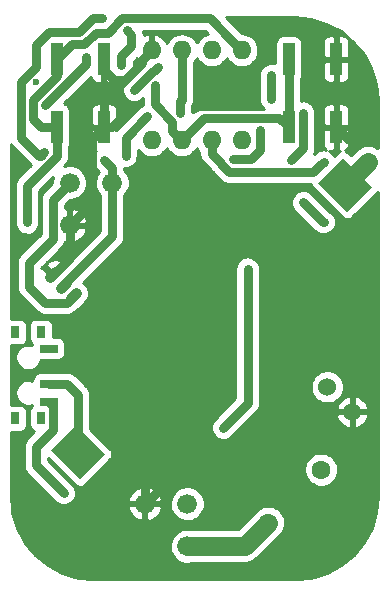
<source format=gtl>
G04 #@! TF.FileFunction,Copper,L1,Top,Signal*
%FSLAX46Y46*%
G04 Gerber Fmt 4.6, Leading zero omitted, Abs format (unit mm)*
G04 Created by KiCad (PCBNEW (2015-11-17 BZR 6321)-product) date Thu 03 Dec 2015 10:29:56 PM EST*
%MOMM*%
G01*
G04 APERTURE LIST*
%ADD10C,0.100000*%
%ADD11O,1.600000X1.600000*%
%ADD12C,1.524000*%
%ADD13C,1.676400*%
%ADD14C,1.600200*%
%ADD15R,1.000000X2.750000*%
%ADD16R,1.500000X0.700000*%
%ADD17R,0.800000X1.000000*%
%ADD18C,0.899160*%
%ADD19C,0.600000*%
%ADD20C,1.600000*%
%ADD21C,0.800000*%
%ADD22C,0.400000*%
%ADD23C,0.254000*%
G04 APERTURE END LIST*
D10*
G36*
X103036931Y-77088195D02*
X105511805Y-79563069D01*
X103390485Y-81684389D01*
X100915611Y-79209515D01*
X103036931Y-77088195D01*
X103036931Y-77088195D01*
G37*
G36*
X80763069Y-104311805D02*
X78288195Y-101836931D01*
X80409515Y-99715611D01*
X82884389Y-102190485D01*
X80763069Y-104311805D01*
X80763069Y-104311805D01*
G37*
D11*
X94450000Y-68000000D03*
X91910000Y-68000000D03*
X89370000Y-68000000D03*
X86830000Y-68000000D03*
X86830000Y-75620000D03*
X89370000Y-75620000D03*
X91910000Y-75620000D03*
X94450000Y-75620000D03*
D12*
X101700000Y-96500000D03*
X103821320Y-98621320D03*
D13*
X86257898Y-106400000D03*
X89850000Y-106400000D03*
X89850000Y-109992102D03*
X79903949Y-82796051D03*
X79903949Y-79203949D03*
X83496051Y-79203949D03*
D14*
X96709872Y-107990128D03*
X101200000Y-103500000D03*
D15*
X98450000Y-68750000D03*
X98450000Y-74500000D03*
X102450000Y-74500000D03*
X102450000Y-68750000D03*
X78800000Y-68750000D03*
X78800000Y-74500000D03*
X82800000Y-74500000D03*
X82800000Y-68750000D03*
D16*
X78125000Y-93250000D03*
X78125000Y-96250000D03*
X78125000Y-97750000D03*
D17*
X75275000Y-91850000D03*
X75275000Y-99150000D03*
X77475000Y-99150000D03*
X77475000Y-91850000D03*
D18*
X79560857Y-87685193D02*
X79135193Y-88110857D01*
X78662832Y-86787168D02*
X78237168Y-87212832D01*
X80458883Y-88583219D02*
X80033219Y-89008883D01*
D19*
X104947800Y-78108800D03*
X104439800Y-77626200D03*
X105151000Y-77449000D03*
X77037336Y-70685485D03*
X80800021Y-73158579D03*
X85200000Y-72800000D03*
X104650000Y-82850000D03*
X101100000Y-86050000D03*
X92950000Y-83000000D03*
X79903949Y-85546051D03*
X96337200Y-101375200D03*
X104846200Y-75314800D03*
X96972200Y-70082400D03*
X96972200Y-72139800D03*
X101391800Y-82528400D03*
X99664600Y-80877400D03*
X76296600Y-82579200D03*
X84725000Y-66300000D03*
X82675000Y-65300000D03*
X84275000Y-69250000D03*
X77750000Y-76625000D03*
X82800000Y-77275000D03*
X87375000Y-69450000D03*
X85350000Y-71325000D03*
X89230000Y-73300000D03*
X86470000Y-73560000D03*
X101700000Y-96500000D03*
X84627800Y-76940400D03*
X96050000Y-74770000D03*
X93725000Y-77200000D03*
X77814228Y-72614149D03*
X81250000Y-68575000D03*
X87100000Y-70975000D03*
X101391800Y-77423000D03*
X92908200Y-99952800D03*
X94965600Y-86490800D03*
X98648600Y-77296000D03*
X99664600Y-73282800D03*
X79395400Y-105490000D03*
D20*
X103213708Y-79386292D02*
X105151000Y-77449000D01*
D21*
X80586292Y-102013708D02*
X80586292Y-97161292D01*
X80586292Y-97161292D02*
X79675000Y-96250000D01*
X79675000Y-96250000D02*
X78125000Y-96250000D01*
X81799990Y-75500010D02*
X82800000Y-74500000D01*
X81799990Y-80900010D02*
X81799990Y-75500010D01*
X79903949Y-82796051D02*
X81799990Y-80900010D01*
D22*
X82800000Y-74500000D02*
X82800000Y-75375000D01*
X80800021Y-73400021D02*
X80800021Y-73158579D01*
X81900000Y-74500000D02*
X80800021Y-73400021D01*
X82800000Y-74500000D02*
X81900000Y-74500000D01*
D21*
X86030001Y-68799999D02*
X86830000Y-68000000D01*
X86030001Y-69084227D02*
X86030001Y-68799999D01*
X84277028Y-70837200D02*
X86030001Y-69084227D01*
X83992800Y-70837200D02*
X84277028Y-70837200D01*
X82800000Y-74500000D02*
X83500000Y-74500000D01*
X83500000Y-74500000D02*
X85200000Y-72800000D01*
X101100000Y-86050000D02*
X101450000Y-86050000D01*
X101450000Y-86050000D02*
X104650000Y-82850000D01*
X86257898Y-106400000D02*
X86257898Y-89692102D01*
X86257898Y-89692102D02*
X92950000Y-83000000D01*
X103564799Y-75614799D02*
X102450000Y-74500000D01*
X104546201Y-75614799D02*
X103564799Y-75614799D01*
X104846200Y-75314800D02*
X104546201Y-75614799D01*
X79903949Y-82796051D02*
X79903949Y-85546051D01*
X79903949Y-85546051D02*
X78450000Y-87000000D01*
X96337200Y-101375200D02*
X91282698Y-101375200D01*
X91282698Y-101375200D02*
X86257898Y-106400000D01*
X82800000Y-72030000D02*
X83992800Y-70837200D01*
X82800000Y-68750000D02*
X82800000Y-69644400D01*
X82800000Y-69644400D02*
X83992800Y-70837200D01*
X82800000Y-74500000D02*
X82800000Y-72030000D01*
X96972200Y-72139800D02*
X96972200Y-70082400D01*
X101391800Y-82528400D02*
X101315600Y-82528400D01*
X101315600Y-82528400D02*
X99664600Y-80877400D01*
D20*
X89850000Y-109992102D02*
X94707898Y-109992102D01*
X94707898Y-109992102D02*
X96709872Y-107990128D01*
D21*
X84310782Y-65299990D02*
X91749989Y-65299989D01*
X83110772Y-66500000D02*
X84310782Y-65299990D01*
X82094997Y-66500000D02*
X83110772Y-66500000D01*
X93650001Y-67200001D02*
X94450000Y-68000000D01*
X91749989Y-65299989D02*
X93650001Y-67200001D01*
X81119987Y-67475011D02*
X82094997Y-66500000D01*
X78800000Y-68750000D02*
X80074989Y-67475011D01*
X80074989Y-67475011D02*
X81119987Y-67475011D01*
X78800000Y-68750000D02*
X78800000Y-70204823D01*
X77500000Y-74500000D02*
X78800000Y-74500000D01*
X76799992Y-73799992D02*
X77500000Y-74500000D01*
X78800000Y-70204823D02*
X76799992Y-72204831D01*
X76799992Y-72204831D02*
X76799992Y-73799992D01*
X76296600Y-82154936D02*
X76296600Y-82579200D01*
X76296600Y-79492628D02*
X76296600Y-82154936D01*
X78800000Y-74500000D02*
X78800000Y-76989228D01*
X78800000Y-76989228D02*
X76296600Y-79492628D01*
D22*
X78800000Y-74500000D02*
X78800000Y-76275000D01*
D21*
X85125000Y-67675000D02*
X85125000Y-66700000D01*
X85125000Y-66700000D02*
X84725000Y-66300000D01*
X84275000Y-68525000D02*
X85125000Y-67675000D01*
X84275000Y-69250000D02*
X84275000Y-68525000D01*
X78750000Y-66475000D02*
X80705769Y-66475000D01*
X81880769Y-65300000D02*
X82675000Y-65300000D01*
X80705769Y-66475000D02*
X81880769Y-65300000D01*
X78119998Y-66475000D02*
X78750000Y-66475000D01*
X77050000Y-67544998D02*
X78119998Y-66475000D01*
X77050000Y-68900000D02*
X77050000Y-67544998D01*
X77050000Y-69400000D02*
X77050000Y-68900000D01*
X75799981Y-70650019D02*
X77050000Y-69400000D01*
X77299999Y-76924999D02*
X75799981Y-75424981D01*
X75799981Y-75424981D02*
X75799981Y-70650019D01*
X77450001Y-76924999D02*
X77299999Y-76924999D01*
X77750000Y-76625000D02*
X77450001Y-76924999D01*
X83496051Y-79203949D02*
X83496051Y-77971051D01*
X83496051Y-77971051D02*
X82800000Y-77275000D01*
X85649999Y-71025001D02*
X85350000Y-71325000D01*
X85649999Y-71010773D02*
X85649999Y-71025001D01*
X86910773Y-69749999D02*
X85649999Y-71010773D01*
X87075001Y-69749999D02*
X86910773Y-69749999D01*
X87375000Y-69450000D02*
X87075001Y-69749999D01*
X83496051Y-79203949D02*
X83496051Y-83749999D01*
X83496051Y-83749999D02*
X79348025Y-87898025D01*
X84627800Y-76940400D02*
X84627800Y-75402200D01*
X84627800Y-75402200D02*
X86470000Y-73560000D01*
X89230000Y-72310000D02*
X89370000Y-72170000D01*
X89230000Y-73300000D02*
X89230000Y-72310000D01*
X89370000Y-72170000D02*
X89370000Y-70044228D01*
X89370000Y-70044228D02*
X89370000Y-68000000D01*
X96032400Y-76407000D02*
X96032400Y-74787600D01*
X96032400Y-74787600D02*
X96050000Y-74770000D01*
X93725000Y-77200000D02*
X95239400Y-77200000D01*
X95239400Y-77200000D02*
X95270400Y-77169000D01*
X95270400Y-77169000D02*
X96032400Y-76407000D01*
X89370000Y-75620000D02*
X91300010Y-73689990D01*
X91300010Y-73689990D02*
X97639990Y-73689990D01*
X97639990Y-73689990D02*
X98450000Y-74500000D01*
X87100000Y-71399264D02*
X87100000Y-70975000D01*
X87100000Y-72584229D02*
X87100000Y-71399264D01*
X88570001Y-74820001D02*
X88570001Y-74054230D01*
X89370000Y-75620000D02*
X88570001Y-74820001D01*
X88570001Y-74054230D02*
X87100000Y-72584229D01*
X81250000Y-68575000D02*
X81250000Y-69178377D01*
X81250000Y-69178377D02*
X78114227Y-72314150D01*
X78114227Y-72314150D02*
X77814228Y-72614149D01*
X98450000Y-68750000D02*
X98450000Y-74500000D01*
X101091801Y-77722999D02*
X101391800Y-77423000D01*
X100518790Y-78296010D02*
X101091801Y-77722999D01*
X92724990Y-77614217D02*
X93406783Y-78296010D01*
X93406783Y-78296010D02*
X100518790Y-78296010D01*
X92724990Y-77566360D02*
X92724990Y-77614217D01*
X91910000Y-75620000D02*
X91910000Y-76751370D01*
X91910000Y-76751370D02*
X92724990Y-77566360D01*
X94965600Y-90504000D02*
X94965600Y-97895400D01*
X94965600Y-97895400D02*
X92908200Y-99952800D01*
X94965600Y-86490800D02*
X94965600Y-90504000D01*
X99664600Y-76280000D02*
X98648600Y-77296000D01*
X99664600Y-73282800D02*
X99664600Y-76280000D01*
X77847494Y-89397494D02*
X79644608Y-89397494D01*
X79644608Y-89397494D02*
X80246051Y-88796051D01*
X76450000Y-88000000D02*
X77847494Y-89397494D01*
X76450000Y-86000000D02*
X76450000Y-88000000D01*
X78465748Y-83984252D02*
X76450000Y-86000000D01*
X78465748Y-80642150D02*
X78465748Y-83984252D01*
X79903949Y-79203949D02*
X78465748Y-80642150D01*
X79395400Y-105490000D02*
X77058600Y-103153200D01*
X77058600Y-103153200D02*
X77058600Y-101578400D01*
X78475001Y-98100001D02*
X78125000Y-97750000D01*
X77058600Y-101578400D02*
X78475001Y-100161999D01*
X78475001Y-100161999D02*
X78475001Y-98100001D01*
D23*
G36*
X74931957Y-75988682D02*
X74935354Y-75992937D01*
X74937908Y-75997741D01*
X74998308Y-76071799D01*
X75057978Y-76146547D01*
X75065453Y-76154127D01*
X75065575Y-76154277D01*
X75065714Y-76154392D01*
X75068125Y-76156837D01*
X76568144Y-77656855D01*
X76623330Y-77702186D01*
X75564744Y-78760772D01*
X75504012Y-78834709D01*
X75442608Y-78907887D01*
X75439989Y-78912651D01*
X75436530Y-78916862D01*
X75391321Y-79001178D01*
X75345295Y-79084898D01*
X75343649Y-79090085D01*
X75341077Y-79094883D01*
X75313137Y-79186273D01*
X75284217Y-79277439D01*
X75283610Y-79282853D01*
X75282020Y-79288053D01*
X75272361Y-79383140D01*
X75261701Y-79478177D01*
X75261627Y-79488811D01*
X75261606Y-79489015D01*
X75261624Y-79489205D01*
X75261600Y-79492628D01*
X75261600Y-82579200D01*
X75281311Y-82780233D01*
X75339695Y-82973608D01*
X75434527Y-83151960D01*
X75562194Y-83308496D01*
X75717835Y-83437254D01*
X75895521Y-83533328D01*
X76088484Y-83593060D01*
X76289374Y-83614175D01*
X76490540Y-83595867D01*
X76684318Y-83538835D01*
X76863328Y-83445251D01*
X77020752Y-83318679D01*
X77150592Y-83163941D01*
X77247905Y-82986930D01*
X77308983Y-82794389D01*
X77331499Y-82593651D01*
X77331600Y-82579200D01*
X77331600Y-79921340D01*
X78491920Y-78761020D01*
X78432847Y-79038938D01*
X78430405Y-79213781D01*
X77733892Y-79910294D01*
X77673160Y-79984231D01*
X77611756Y-80057409D01*
X77609137Y-80062173D01*
X77605678Y-80066384D01*
X77560469Y-80150700D01*
X77514443Y-80234420D01*
X77512797Y-80239607D01*
X77510225Y-80244405D01*
X77482285Y-80335795D01*
X77453365Y-80426961D01*
X77452758Y-80432375D01*
X77451168Y-80437575D01*
X77441509Y-80532662D01*
X77430849Y-80627699D01*
X77430775Y-80638333D01*
X77430754Y-80638537D01*
X77430772Y-80638727D01*
X77430748Y-80642150D01*
X77430748Y-83555541D01*
X75718144Y-85268144D01*
X75657412Y-85342081D01*
X75596008Y-85415259D01*
X75593389Y-85420023D01*
X75589930Y-85424234D01*
X75544721Y-85508550D01*
X75498695Y-85592270D01*
X75497049Y-85597457D01*
X75494477Y-85602255D01*
X75466537Y-85693645D01*
X75437617Y-85784811D01*
X75437010Y-85790225D01*
X75435420Y-85795425D01*
X75425761Y-85890512D01*
X75415101Y-85985549D01*
X75415027Y-85996183D01*
X75415006Y-85996387D01*
X75415024Y-85996577D01*
X75415000Y-86000000D01*
X75415000Y-88000000D01*
X75424333Y-88095186D01*
X75432662Y-88190389D01*
X75434180Y-88195612D01*
X75434711Y-88201033D01*
X75462350Y-88292578D01*
X75489017Y-88384366D01*
X75491522Y-88389199D01*
X75493095Y-88394408D01*
X75537965Y-88478796D01*
X75581976Y-88563701D01*
X75585373Y-88567956D01*
X75587927Y-88572760D01*
X75648327Y-88646818D01*
X75707997Y-88721566D01*
X75715472Y-88729146D01*
X75715594Y-88729296D01*
X75715733Y-88729411D01*
X75718144Y-88731856D01*
X77115639Y-90129350D01*
X77189550Y-90190062D01*
X77262753Y-90251486D01*
X77267517Y-90254105D01*
X77271728Y-90257564D01*
X77356044Y-90302773D01*
X77439764Y-90348799D01*
X77444951Y-90350445D01*
X77449749Y-90353017D01*
X77541139Y-90380957D01*
X77632305Y-90409877D01*
X77637719Y-90410484D01*
X77642919Y-90412074D01*
X77738006Y-90421733D01*
X77833043Y-90432393D01*
X77843677Y-90432467D01*
X77843881Y-90432488D01*
X77844071Y-90432470D01*
X77847494Y-90432494D01*
X79644608Y-90432494D01*
X79739794Y-90423161D01*
X79834997Y-90414832D01*
X79840220Y-90413314D01*
X79845641Y-90412783D01*
X79937186Y-90385144D01*
X80028974Y-90358477D01*
X80033807Y-90355972D01*
X80039016Y-90354399D01*
X80123404Y-90309529D01*
X80208309Y-90265518D01*
X80212564Y-90262121D01*
X80217368Y-90259567D01*
X80291426Y-90199167D01*
X80366174Y-90139497D01*
X80373754Y-90132022D01*
X80373904Y-90131900D01*
X80374019Y-90131761D01*
X80376464Y-90129350D01*
X80543198Y-89962616D01*
X80619182Y-89923229D01*
X80784609Y-89791171D01*
X80795392Y-89780538D01*
X81230538Y-89345392D01*
X81364893Y-89181825D01*
X81464919Y-88995277D01*
X81526806Y-88792854D01*
X81548197Y-88582264D01*
X81528277Y-88371530D01*
X81467804Y-88168680D01*
X81369083Y-87981438D01*
X81235873Y-87816937D01*
X81073248Y-87681443D01*
X81044172Y-87665590D01*
X84227907Y-84481854D01*
X84288619Y-84407943D01*
X84350043Y-84334740D01*
X84352662Y-84329976D01*
X84356121Y-84325765D01*
X84401330Y-84241449D01*
X84447356Y-84157729D01*
X84449002Y-84152542D01*
X84451574Y-84147744D01*
X84479514Y-84056354D01*
X84508434Y-83965188D01*
X84509041Y-83959774D01*
X84510631Y-83954574D01*
X84520290Y-83859487D01*
X84530950Y-83764450D01*
X84531024Y-83753816D01*
X84531045Y-83753612D01*
X84531027Y-83753422D01*
X84531051Y-83749999D01*
X84531051Y-80866562D01*
X98629657Y-80866562D01*
X98647262Y-81067789D01*
X98703617Y-81261766D01*
X98796576Y-81441101D01*
X98922597Y-81598966D01*
X98932744Y-81609256D01*
X100583745Y-83260256D01*
X100657656Y-83320968D01*
X100730859Y-83382392D01*
X100735623Y-83385011D01*
X100739834Y-83388470D01*
X100824150Y-83433679D01*
X100907870Y-83479705D01*
X100913057Y-83481351D01*
X100917855Y-83483923D01*
X101009245Y-83511863D01*
X101100411Y-83540783D01*
X101105825Y-83541390D01*
X101111025Y-83542980D01*
X101206112Y-83552639D01*
X101301149Y-83563299D01*
X101311783Y-83563373D01*
X101311987Y-83563394D01*
X101312177Y-83563376D01*
X101315600Y-83563400D01*
X101391800Y-83563400D01*
X101592833Y-83543689D01*
X101786208Y-83485305D01*
X101964560Y-83390473D01*
X102121096Y-83262806D01*
X102249854Y-83107165D01*
X102345928Y-82929479D01*
X102405660Y-82736516D01*
X102426775Y-82535626D01*
X102408467Y-82334460D01*
X102351435Y-82140682D01*
X102257851Y-81961672D01*
X102131279Y-81804248D01*
X101976541Y-81674408D01*
X101862776Y-81611865D01*
X100396456Y-80145544D01*
X100240366Y-80017330D01*
X100062345Y-79921877D01*
X99869175Y-79862820D01*
X99668213Y-79842406D01*
X99467113Y-79861416D01*
X99273535Y-79919124D01*
X99094853Y-80013332D01*
X98937872Y-80140453D01*
X98808572Y-80295644D01*
X98711878Y-80472994D01*
X98651472Y-80665747D01*
X98629657Y-80866562D01*
X84531051Y-80866562D01*
X84531051Y-80252743D01*
X84616652Y-80171226D01*
X84783189Y-79935145D01*
X84900699Y-79671213D01*
X84964706Y-79389483D01*
X84969314Y-79059494D01*
X84913198Y-78776087D01*
X84803103Y-78508977D01*
X84643223Y-78268338D01*
X84531051Y-78155380D01*
X84531051Y-77971051D01*
X84530547Y-77965913D01*
X84620574Y-77975375D01*
X84821740Y-77957067D01*
X85015518Y-77900035D01*
X85194528Y-77806451D01*
X85351952Y-77679879D01*
X85481792Y-77525141D01*
X85579105Y-77348130D01*
X85640183Y-77155589D01*
X85662699Y-76954851D01*
X85662800Y-76940400D01*
X85662800Y-76455443D01*
X85811766Y-76638093D01*
X86027558Y-76816612D01*
X86273915Y-76949817D01*
X86541453Y-77032633D01*
X86819982Y-77061908D01*
X87098892Y-77036525D01*
X87367560Y-76957452D01*
X87615753Y-76827700D01*
X87834017Y-76652211D01*
X88014038Y-76437671D01*
X88100228Y-76280891D01*
X88174758Y-76421060D01*
X88351766Y-76638093D01*
X88567558Y-76816612D01*
X88813915Y-76949817D01*
X89081453Y-77032633D01*
X89359982Y-77061908D01*
X89638892Y-77036525D01*
X89907560Y-76957452D01*
X90155753Y-76827700D01*
X90374017Y-76652211D01*
X90554038Y-76437671D01*
X90640228Y-76280891D01*
X90714758Y-76421060D01*
X90875000Y-76617536D01*
X90875000Y-76751370D01*
X90884333Y-76846556D01*
X90892662Y-76941759D01*
X90894180Y-76946982D01*
X90894711Y-76952403D01*
X90922350Y-77043948D01*
X90949017Y-77135736D01*
X90951522Y-77140569D01*
X90953095Y-77145778D01*
X90997965Y-77230166D01*
X91041976Y-77315071D01*
X91045373Y-77319326D01*
X91047927Y-77324130D01*
X91108327Y-77398188D01*
X91167997Y-77472936D01*
X91175472Y-77480516D01*
X91175594Y-77480666D01*
X91175733Y-77480781D01*
X91178144Y-77483226D01*
X91839886Y-78144967D01*
X91856966Y-78177918D01*
X91860363Y-78182173D01*
X91862917Y-78186977D01*
X91923317Y-78261035D01*
X91982987Y-78335783D01*
X91990462Y-78343363D01*
X91990584Y-78343513D01*
X91990723Y-78343628D01*
X91993134Y-78346073D01*
X92674928Y-79027866D01*
X92748839Y-79088578D01*
X92822042Y-79150002D01*
X92826806Y-79152621D01*
X92831017Y-79156080D01*
X92915333Y-79201289D01*
X92999053Y-79247315D01*
X93004240Y-79248961D01*
X93009038Y-79251533D01*
X93100428Y-79279473D01*
X93191594Y-79308393D01*
X93197008Y-79309000D01*
X93202208Y-79310590D01*
X93297295Y-79320249D01*
X93392332Y-79330909D01*
X93402966Y-79330983D01*
X93403170Y-79331004D01*
X93403360Y-79330986D01*
X93406783Y-79331010D01*
X100291569Y-79331010D01*
X100293021Y-79349222D01*
X100356592Y-79517140D01*
X100464426Y-79660700D01*
X102939300Y-82135574D01*
X103016506Y-82201376D01*
X103175341Y-82285096D01*
X103351211Y-82321251D01*
X103530192Y-82306979D01*
X103698110Y-82243408D01*
X103841670Y-82135574D01*
X105962990Y-80014254D01*
X105990000Y-79982563D01*
X105990000Y-105715280D01*
X105852585Y-107116745D01*
X105455657Y-108431436D01*
X104810928Y-109643995D01*
X103942965Y-110708223D01*
X102884817Y-111583600D01*
X101676791Y-112236777D01*
X100364904Y-112642874D01*
X98965658Y-112789941D01*
X98948665Y-112790000D01*
X81984720Y-112790000D01*
X80583255Y-112652585D01*
X79268564Y-112255657D01*
X78056005Y-111610928D01*
X76991777Y-110742965D01*
X76473084Y-110115973D01*
X88374864Y-110115973D01*
X88427017Y-110400136D01*
X88533372Y-110668757D01*
X88689877Y-110911604D01*
X88890570Y-111119428D01*
X89127808Y-111284313D01*
X89392553Y-111399978D01*
X89674723Y-111462017D01*
X89963569Y-111468067D01*
X90195896Y-111427102D01*
X94707898Y-111427102D01*
X94839810Y-111414168D01*
X94971868Y-111402615D01*
X94979116Y-111400509D01*
X94986624Y-111399773D01*
X95113540Y-111361455D01*
X95240810Y-111324479D01*
X95247505Y-111321008D01*
X95254734Y-111318826D01*
X95371825Y-111256568D01*
X95489455Y-111195594D01*
X95495351Y-111190887D01*
X95502015Y-111187344D01*
X95604735Y-111103567D01*
X95708330Y-111020869D01*
X95718831Y-111010513D01*
X95719048Y-111010336D01*
X95719214Y-111010135D01*
X95722596Y-111006800D01*
X97707489Y-109021907D01*
X97801492Y-108932389D01*
X97963722Y-108702414D01*
X98078193Y-108445308D01*
X98140545Y-108170864D01*
X98142702Y-108016413D01*
X98144863Y-107995137D01*
X98143239Y-107977956D01*
X98145034Y-107849409D01*
X98090369Y-107573331D01*
X97983121Y-107313129D01*
X97827376Y-107078714D01*
X97629065Y-106879014D01*
X97395743Y-106721636D01*
X97136296Y-106612575D01*
X96860607Y-106555984D01*
X96579176Y-106554019D01*
X96302723Y-106606755D01*
X96041779Y-106712183D01*
X95806282Y-106866288D01*
X95605202Y-107063200D01*
X95600420Y-107070184D01*
X94113502Y-108557102D01*
X90186051Y-108557102D01*
X90004736Y-108519883D01*
X89715834Y-108517866D01*
X89432042Y-108572003D01*
X89164170Y-108680230D01*
X88922421Y-108838426D01*
X88716003Y-109040566D01*
X88552779Y-109278949D01*
X88438965Y-109544495D01*
X88378898Y-109827091D01*
X88374864Y-110115973D01*
X76473084Y-110115973D01*
X76116400Y-109684817D01*
X75463223Y-108476791D01*
X75057126Y-107164904D01*
X75014165Y-106756157D01*
X84821053Y-106756157D01*
X84918144Y-107029628D01*
X85066721Y-107278903D01*
X85261075Y-107494402D01*
X85493736Y-107667844D01*
X85755763Y-107792563D01*
X85901741Y-107836845D01*
X86130898Y-107715462D01*
X86130898Y-106527000D01*
X86384898Y-106527000D01*
X86384898Y-107715462D01*
X86614055Y-107836845D01*
X86887526Y-107739754D01*
X87136801Y-107591177D01*
X87352300Y-107396823D01*
X87525742Y-107164162D01*
X87650461Y-106902135D01*
X87694743Y-106756157D01*
X87573360Y-106527000D01*
X86384898Y-106527000D01*
X86130898Y-106527000D01*
X84942436Y-106527000D01*
X84821053Y-106756157D01*
X75014165Y-106756157D01*
X74910059Y-105765658D01*
X74910000Y-105748665D01*
X74910000Y-100288072D01*
X75675000Y-100288072D01*
X75776121Y-100280008D01*
X75947634Y-100226894D01*
X76097559Y-100128100D01*
X76214025Y-99991450D01*
X76287810Y-99827763D01*
X76313072Y-99650000D01*
X76313072Y-98650000D01*
X76305008Y-98548879D01*
X76251894Y-98377366D01*
X76153100Y-98227441D01*
X76016450Y-98110975D01*
X75852763Y-98037190D01*
X75675000Y-98011928D01*
X74910000Y-98011928D01*
X74910000Y-97091230D01*
X75288574Y-97091230D01*
X75326984Y-97300514D01*
X75405314Y-97498351D01*
X75520578Y-97677206D01*
X75668387Y-97830267D01*
X75843111Y-97951703D01*
X76038094Y-98036889D01*
X76245910Y-98082581D01*
X76458643Y-98087037D01*
X76668190Y-98050088D01*
X76736928Y-98023426D01*
X76736928Y-98100000D01*
X76738157Y-98115417D01*
X76652441Y-98171900D01*
X76535975Y-98308550D01*
X76462190Y-98472237D01*
X76436928Y-98650000D01*
X76436928Y-99650000D01*
X76444992Y-99751121D01*
X76498106Y-99922634D01*
X76596900Y-100072559D01*
X76733550Y-100189025D01*
X76897237Y-100262810D01*
X76908831Y-100264458D01*
X76326744Y-100846544D01*
X76266012Y-100920481D01*
X76204608Y-100993659D01*
X76201989Y-100998423D01*
X76198530Y-101002634D01*
X76153321Y-101086950D01*
X76107295Y-101170670D01*
X76105649Y-101175857D01*
X76103077Y-101180655D01*
X76075137Y-101272045D01*
X76046217Y-101363211D01*
X76045610Y-101368625D01*
X76044020Y-101373825D01*
X76034361Y-101468912D01*
X76023701Y-101563949D01*
X76023627Y-101574583D01*
X76023606Y-101574787D01*
X76023624Y-101574977D01*
X76023600Y-101578400D01*
X76023600Y-103153200D01*
X76032933Y-103248386D01*
X76041262Y-103343589D01*
X76042780Y-103348812D01*
X76043311Y-103354233D01*
X76070950Y-103445778D01*
X76097617Y-103537566D01*
X76100122Y-103542399D01*
X76101695Y-103547608D01*
X76146565Y-103631996D01*
X76190576Y-103716901D01*
X76193973Y-103721156D01*
X76196527Y-103725960D01*
X76256927Y-103800018D01*
X76316597Y-103874766D01*
X76324072Y-103882346D01*
X76324194Y-103882496D01*
X76324333Y-103882611D01*
X76326744Y-103885056D01*
X78663544Y-106221855D01*
X78819634Y-106350069D01*
X78997654Y-106445522D01*
X79190825Y-106504580D01*
X79391787Y-106524993D01*
X79403656Y-106523871D01*
X88374864Y-106523871D01*
X88427017Y-106808034D01*
X88533372Y-107076655D01*
X88689877Y-107319502D01*
X88890570Y-107527326D01*
X89127808Y-107692211D01*
X89392553Y-107807876D01*
X89674723Y-107869915D01*
X89963569Y-107875965D01*
X90248090Y-107825797D01*
X90517447Y-107721320D01*
X90761381Y-107566514D01*
X90970601Y-107367277D01*
X91137138Y-107131196D01*
X91254648Y-106867264D01*
X91318655Y-106585534D01*
X91323263Y-106255545D01*
X91267147Y-105972138D01*
X91157052Y-105705028D01*
X90997172Y-105464389D01*
X90793597Y-105259388D01*
X90554080Y-105097832D01*
X90287745Y-104985875D01*
X90004736Y-104927781D01*
X89715834Y-104925764D01*
X89432042Y-104979901D01*
X89164170Y-105088128D01*
X88922421Y-105246324D01*
X88716003Y-105448464D01*
X88552779Y-105686847D01*
X88438965Y-105952393D01*
X88378898Y-106234989D01*
X88374864Y-106523871D01*
X79403656Y-106523871D01*
X79592887Y-106505984D01*
X79786465Y-106448276D01*
X79965147Y-106354067D01*
X80122128Y-106226947D01*
X80251428Y-106071756D01*
X80266646Y-106043843D01*
X84821053Y-106043843D01*
X84942436Y-106273000D01*
X86130898Y-106273000D01*
X86130898Y-105084538D01*
X86384898Y-105084538D01*
X86384898Y-106273000D01*
X87573360Y-106273000D01*
X87694743Y-106043843D01*
X87597652Y-105770372D01*
X87449075Y-105521097D01*
X87254721Y-105305598D01*
X87022060Y-105132156D01*
X86760033Y-105007437D01*
X86614055Y-104963155D01*
X86384898Y-105084538D01*
X86130898Y-105084538D01*
X85901741Y-104963155D01*
X85628270Y-105060246D01*
X85378995Y-105208823D01*
X85163496Y-105403177D01*
X84990054Y-105635838D01*
X84865335Y-105897865D01*
X84821053Y-106043843D01*
X80266646Y-106043843D01*
X80348122Y-105894406D01*
X80408528Y-105701653D01*
X80430343Y-105500838D01*
X80412738Y-105299611D01*
X80356383Y-105105634D01*
X80263424Y-104926299D01*
X80137402Y-104768434D01*
X80127255Y-104758144D01*
X78093600Y-102724488D01*
X78093600Y-102544706D01*
X80311884Y-104762990D01*
X80389090Y-104828792D01*
X80547925Y-104912512D01*
X80723795Y-104948667D01*
X80902776Y-104934395D01*
X81070694Y-104870824D01*
X81214254Y-104762990D01*
X82356577Y-103620667D01*
X99763013Y-103620667D01*
X99813818Y-103897481D01*
X99917422Y-104159155D01*
X100069880Y-104395722D01*
X100265383Y-104598172D01*
X100496485Y-104758792D01*
X100754384Y-104871465D01*
X101029256Y-104931900D01*
X101310632Y-104937794D01*
X101587794Y-104888923D01*
X101850185Y-104787148D01*
X102087811Y-104636346D01*
X102291620Y-104442261D01*
X102453850Y-104212286D01*
X102568321Y-103955180D01*
X102630673Y-103680736D01*
X102635162Y-103359281D01*
X102580497Y-103083203D01*
X102473249Y-102823001D01*
X102317504Y-102588586D01*
X102119193Y-102388886D01*
X101885871Y-102231508D01*
X101626424Y-102122447D01*
X101350735Y-102065856D01*
X101069304Y-102063891D01*
X100792851Y-102116627D01*
X100531907Y-102222055D01*
X100296410Y-102376160D01*
X100095330Y-102573072D01*
X99936327Y-102805290D01*
X99825457Y-103063969D01*
X99766943Y-103339257D01*
X99763013Y-103620667D01*
X82356577Y-103620667D01*
X83335574Y-102641670D01*
X83401376Y-102564464D01*
X83485096Y-102405629D01*
X83521251Y-102229759D01*
X83506979Y-102050778D01*
X83443408Y-101882860D01*
X83335574Y-101739300D01*
X81621292Y-100025018D01*
X81621292Y-99949187D01*
X91873206Y-99949187D01*
X91892216Y-100150287D01*
X91949924Y-100343865D01*
X92044132Y-100522547D01*
X92171253Y-100679528D01*
X92326444Y-100808828D01*
X92503794Y-100905522D01*
X92696547Y-100965928D01*
X92897362Y-100987743D01*
X93098589Y-100970138D01*
X93292566Y-100913783D01*
X93471901Y-100820824D01*
X93629766Y-100694803D01*
X93640056Y-100684656D01*
X95359260Y-98965452D01*
X102460397Y-98965452D01*
X102553684Y-99224343D01*
X102695685Y-99460060D01*
X102880944Y-99663544D01*
X103102341Y-99826976D01*
X103351368Y-99944076D01*
X103477188Y-99982243D01*
X103694320Y-99859835D01*
X103694320Y-98748320D01*
X103948320Y-98748320D01*
X103948320Y-99859835D01*
X104165452Y-99982243D01*
X104424343Y-99888956D01*
X104660060Y-99746955D01*
X104863544Y-99561696D01*
X105026976Y-99340299D01*
X105144076Y-99091272D01*
X105182243Y-98965452D01*
X105059835Y-98748320D01*
X103948320Y-98748320D01*
X103694320Y-98748320D01*
X102582805Y-98748320D01*
X102460397Y-98965452D01*
X95359260Y-98965452D01*
X95697456Y-98627256D01*
X95758188Y-98553319D01*
X95819592Y-98480141D01*
X95822211Y-98475377D01*
X95825670Y-98471166D01*
X95870879Y-98386850D01*
X95916905Y-98303130D01*
X95918551Y-98297943D01*
X95921123Y-98293145D01*
X95926001Y-98277188D01*
X102460397Y-98277188D01*
X102582805Y-98494320D01*
X103694320Y-98494320D01*
X103694320Y-97382805D01*
X103948320Y-97382805D01*
X103948320Y-98494320D01*
X105059835Y-98494320D01*
X105182243Y-98277188D01*
X105088956Y-98018297D01*
X104946955Y-97782580D01*
X104761696Y-97579096D01*
X104540299Y-97415664D01*
X104291272Y-97298564D01*
X104165452Y-97260397D01*
X103948320Y-97382805D01*
X103694320Y-97382805D01*
X103477188Y-97260397D01*
X103218297Y-97353684D01*
X102982580Y-97495685D01*
X102779096Y-97680944D01*
X102615664Y-97902341D01*
X102498564Y-98151368D01*
X102460397Y-98277188D01*
X95926001Y-98277188D01*
X95949063Y-98201755D01*
X95977983Y-98110589D01*
X95978590Y-98105175D01*
X95980180Y-98099975D01*
X95989839Y-98004888D01*
X96000499Y-97909851D01*
X96000573Y-97899217D01*
X96000594Y-97899013D01*
X96000576Y-97898823D01*
X96000600Y-97895400D01*
X96000600Y-96617464D01*
X100301164Y-96617464D01*
X100350620Y-96886928D01*
X100451474Y-97141655D01*
X100599883Y-97371942D01*
X100790196Y-97569016D01*
X101015163Y-97725372D01*
X101266215Y-97835054D01*
X101533789Y-97893884D01*
X101807695Y-97899622D01*
X102077499Y-97852048D01*
X102332923Y-97752975D01*
X102564240Y-97606177D01*
X102762639Y-97417245D01*
X102920561Y-97193375D01*
X103031993Y-96943095D01*
X103092690Y-96675938D01*
X103097059Y-96363017D01*
X103043846Y-96094269D01*
X102939446Y-95840975D01*
X102787835Y-95612783D01*
X102594790Y-95418385D01*
X102367662Y-95265185D01*
X102115103Y-95159019D01*
X101846733Y-95103931D01*
X101572774Y-95102018D01*
X101303661Y-95153354D01*
X101049644Y-95255984D01*
X100820399Y-95405997D01*
X100624658Y-95597681D01*
X100469877Y-95823734D01*
X100361950Y-96075546D01*
X100304989Y-96343524D01*
X100301164Y-96617464D01*
X96000600Y-96617464D01*
X96000600Y-86490800D01*
X95980889Y-86289767D01*
X95922505Y-86096392D01*
X95827673Y-85918040D01*
X95700006Y-85761504D01*
X95544365Y-85632746D01*
X95366679Y-85536672D01*
X95173716Y-85476940D01*
X94972826Y-85455825D01*
X94771660Y-85474133D01*
X94577882Y-85531165D01*
X94398872Y-85624749D01*
X94241448Y-85751321D01*
X94111608Y-85906059D01*
X94014295Y-86083070D01*
X93953217Y-86275611D01*
X93930701Y-86476349D01*
X93930600Y-86490800D01*
X93930600Y-97466688D01*
X92176344Y-99220944D01*
X92048130Y-99377034D01*
X91952677Y-99555055D01*
X91893620Y-99748225D01*
X91873206Y-99949187D01*
X81621292Y-99949187D01*
X81621292Y-97161292D01*
X81611964Y-97066151D01*
X81603630Y-96970903D01*
X81602112Y-96965680D01*
X81601581Y-96960259D01*
X81573938Y-96868701D01*
X81547275Y-96776927D01*
X81544770Y-96772095D01*
X81543197Y-96766884D01*
X81498338Y-96682517D01*
X81454317Y-96597591D01*
X81450918Y-96593333D01*
X81448365Y-96588532D01*
X81387968Y-96514478D01*
X81328295Y-96439727D01*
X81320825Y-96432152D01*
X81320698Y-96431996D01*
X81320554Y-96431877D01*
X81318148Y-96429437D01*
X80406856Y-95518144D01*
X80332919Y-95457412D01*
X80259741Y-95396008D01*
X80254977Y-95393389D01*
X80250766Y-95389930D01*
X80166450Y-95344721D01*
X80082730Y-95298695D01*
X80077543Y-95297049D01*
X80072745Y-95294477D01*
X79981355Y-95266537D01*
X79890189Y-95237617D01*
X79884775Y-95237010D01*
X79879575Y-95235420D01*
X79784488Y-95225761D01*
X79689451Y-95215101D01*
X79678817Y-95215027D01*
X79678613Y-95215006D01*
X79678423Y-95215024D01*
X79675000Y-95215000D01*
X78125000Y-95215000D01*
X77923967Y-95234711D01*
X77833821Y-95261928D01*
X77375000Y-95261928D01*
X77273879Y-95269992D01*
X77102366Y-95323106D01*
X76952441Y-95421900D01*
X76835975Y-95558550D01*
X76762190Y-95722237D01*
X76736928Y-95900000D01*
X76736928Y-95975126D01*
X76697396Y-95958508D01*
X76488962Y-95915723D01*
X76276188Y-95914237D01*
X76067177Y-95954108D01*
X75869891Y-96033817D01*
X75691845Y-96150327D01*
X75539820Y-96299201D01*
X75419607Y-96474768D01*
X75335784Y-96670341D01*
X75291545Y-96878471D01*
X75288574Y-97091230D01*
X74910000Y-97091230D01*
X74910000Y-94091230D01*
X75288574Y-94091230D01*
X75326984Y-94300514D01*
X75405314Y-94498351D01*
X75520578Y-94677206D01*
X75668387Y-94830267D01*
X75843111Y-94951703D01*
X76038094Y-95036889D01*
X76245910Y-95082581D01*
X76458643Y-95087037D01*
X76668190Y-95050088D01*
X76866569Y-94973142D01*
X77046225Y-94859129D01*
X77200314Y-94712392D01*
X77322967Y-94538520D01*
X77409512Y-94344136D01*
X77433609Y-94238072D01*
X78875000Y-94238072D01*
X78976121Y-94230008D01*
X79147634Y-94176894D01*
X79297559Y-94078100D01*
X79414025Y-93941450D01*
X79487810Y-93777763D01*
X79513072Y-93600000D01*
X79513072Y-92900000D01*
X79505008Y-92798879D01*
X79451894Y-92627366D01*
X79353100Y-92477441D01*
X79216450Y-92360975D01*
X79052763Y-92287190D01*
X78875000Y-92261928D01*
X78513072Y-92261928D01*
X78513072Y-91350000D01*
X78505008Y-91248879D01*
X78451894Y-91077366D01*
X78353100Y-90927441D01*
X78216450Y-90810975D01*
X78052763Y-90737190D01*
X77875000Y-90711928D01*
X77075000Y-90711928D01*
X76973879Y-90719992D01*
X76802366Y-90773106D01*
X76652441Y-90871900D01*
X76535975Y-91008550D01*
X76462190Y-91172237D01*
X76436928Y-91350000D01*
X76436928Y-92350000D01*
X76444992Y-92451121D01*
X76498106Y-92622634D01*
X76596900Y-92772559D01*
X76733550Y-92889025D01*
X76738190Y-92891117D01*
X76736928Y-92900000D01*
X76736928Y-92975126D01*
X76697396Y-92958508D01*
X76488962Y-92915723D01*
X76276188Y-92914237D01*
X76067177Y-92954108D01*
X75869891Y-93033817D01*
X75691845Y-93150327D01*
X75539820Y-93299201D01*
X75419607Y-93474768D01*
X75335784Y-93670341D01*
X75291545Y-93878471D01*
X75288574Y-94091230D01*
X74910000Y-94091230D01*
X74910000Y-92988072D01*
X75675000Y-92988072D01*
X75776121Y-92980008D01*
X75947634Y-92926894D01*
X76097559Y-92828100D01*
X76214025Y-92691450D01*
X76287810Y-92527763D01*
X76313072Y-92350000D01*
X76313072Y-91350000D01*
X76305008Y-91248879D01*
X76251894Y-91077366D01*
X76153100Y-90927441D01*
X76016450Y-90810975D01*
X75852763Y-90737190D01*
X75675000Y-90711928D01*
X74910000Y-90711928D01*
X74910000Y-75946323D01*
X74931957Y-75988682D01*
X74931957Y-75988682D01*
G37*
X74931957Y-75988682D02*
X74935354Y-75992937D01*
X74937908Y-75997741D01*
X74998308Y-76071799D01*
X75057978Y-76146547D01*
X75065453Y-76154127D01*
X75065575Y-76154277D01*
X75065714Y-76154392D01*
X75068125Y-76156837D01*
X76568144Y-77656855D01*
X76623330Y-77702186D01*
X75564744Y-78760772D01*
X75504012Y-78834709D01*
X75442608Y-78907887D01*
X75439989Y-78912651D01*
X75436530Y-78916862D01*
X75391321Y-79001178D01*
X75345295Y-79084898D01*
X75343649Y-79090085D01*
X75341077Y-79094883D01*
X75313137Y-79186273D01*
X75284217Y-79277439D01*
X75283610Y-79282853D01*
X75282020Y-79288053D01*
X75272361Y-79383140D01*
X75261701Y-79478177D01*
X75261627Y-79488811D01*
X75261606Y-79489015D01*
X75261624Y-79489205D01*
X75261600Y-79492628D01*
X75261600Y-82579200D01*
X75281311Y-82780233D01*
X75339695Y-82973608D01*
X75434527Y-83151960D01*
X75562194Y-83308496D01*
X75717835Y-83437254D01*
X75895521Y-83533328D01*
X76088484Y-83593060D01*
X76289374Y-83614175D01*
X76490540Y-83595867D01*
X76684318Y-83538835D01*
X76863328Y-83445251D01*
X77020752Y-83318679D01*
X77150592Y-83163941D01*
X77247905Y-82986930D01*
X77308983Y-82794389D01*
X77331499Y-82593651D01*
X77331600Y-82579200D01*
X77331600Y-79921340D01*
X78491920Y-78761020D01*
X78432847Y-79038938D01*
X78430405Y-79213781D01*
X77733892Y-79910294D01*
X77673160Y-79984231D01*
X77611756Y-80057409D01*
X77609137Y-80062173D01*
X77605678Y-80066384D01*
X77560469Y-80150700D01*
X77514443Y-80234420D01*
X77512797Y-80239607D01*
X77510225Y-80244405D01*
X77482285Y-80335795D01*
X77453365Y-80426961D01*
X77452758Y-80432375D01*
X77451168Y-80437575D01*
X77441509Y-80532662D01*
X77430849Y-80627699D01*
X77430775Y-80638333D01*
X77430754Y-80638537D01*
X77430772Y-80638727D01*
X77430748Y-80642150D01*
X77430748Y-83555541D01*
X75718144Y-85268144D01*
X75657412Y-85342081D01*
X75596008Y-85415259D01*
X75593389Y-85420023D01*
X75589930Y-85424234D01*
X75544721Y-85508550D01*
X75498695Y-85592270D01*
X75497049Y-85597457D01*
X75494477Y-85602255D01*
X75466537Y-85693645D01*
X75437617Y-85784811D01*
X75437010Y-85790225D01*
X75435420Y-85795425D01*
X75425761Y-85890512D01*
X75415101Y-85985549D01*
X75415027Y-85996183D01*
X75415006Y-85996387D01*
X75415024Y-85996577D01*
X75415000Y-86000000D01*
X75415000Y-88000000D01*
X75424333Y-88095186D01*
X75432662Y-88190389D01*
X75434180Y-88195612D01*
X75434711Y-88201033D01*
X75462350Y-88292578D01*
X75489017Y-88384366D01*
X75491522Y-88389199D01*
X75493095Y-88394408D01*
X75537965Y-88478796D01*
X75581976Y-88563701D01*
X75585373Y-88567956D01*
X75587927Y-88572760D01*
X75648327Y-88646818D01*
X75707997Y-88721566D01*
X75715472Y-88729146D01*
X75715594Y-88729296D01*
X75715733Y-88729411D01*
X75718144Y-88731856D01*
X77115639Y-90129350D01*
X77189550Y-90190062D01*
X77262753Y-90251486D01*
X77267517Y-90254105D01*
X77271728Y-90257564D01*
X77356044Y-90302773D01*
X77439764Y-90348799D01*
X77444951Y-90350445D01*
X77449749Y-90353017D01*
X77541139Y-90380957D01*
X77632305Y-90409877D01*
X77637719Y-90410484D01*
X77642919Y-90412074D01*
X77738006Y-90421733D01*
X77833043Y-90432393D01*
X77843677Y-90432467D01*
X77843881Y-90432488D01*
X77844071Y-90432470D01*
X77847494Y-90432494D01*
X79644608Y-90432494D01*
X79739794Y-90423161D01*
X79834997Y-90414832D01*
X79840220Y-90413314D01*
X79845641Y-90412783D01*
X79937186Y-90385144D01*
X80028974Y-90358477D01*
X80033807Y-90355972D01*
X80039016Y-90354399D01*
X80123404Y-90309529D01*
X80208309Y-90265518D01*
X80212564Y-90262121D01*
X80217368Y-90259567D01*
X80291426Y-90199167D01*
X80366174Y-90139497D01*
X80373754Y-90132022D01*
X80373904Y-90131900D01*
X80374019Y-90131761D01*
X80376464Y-90129350D01*
X80543198Y-89962616D01*
X80619182Y-89923229D01*
X80784609Y-89791171D01*
X80795392Y-89780538D01*
X81230538Y-89345392D01*
X81364893Y-89181825D01*
X81464919Y-88995277D01*
X81526806Y-88792854D01*
X81548197Y-88582264D01*
X81528277Y-88371530D01*
X81467804Y-88168680D01*
X81369083Y-87981438D01*
X81235873Y-87816937D01*
X81073248Y-87681443D01*
X81044172Y-87665590D01*
X84227907Y-84481854D01*
X84288619Y-84407943D01*
X84350043Y-84334740D01*
X84352662Y-84329976D01*
X84356121Y-84325765D01*
X84401330Y-84241449D01*
X84447356Y-84157729D01*
X84449002Y-84152542D01*
X84451574Y-84147744D01*
X84479514Y-84056354D01*
X84508434Y-83965188D01*
X84509041Y-83959774D01*
X84510631Y-83954574D01*
X84520290Y-83859487D01*
X84530950Y-83764450D01*
X84531024Y-83753816D01*
X84531045Y-83753612D01*
X84531027Y-83753422D01*
X84531051Y-83749999D01*
X84531051Y-80866562D01*
X98629657Y-80866562D01*
X98647262Y-81067789D01*
X98703617Y-81261766D01*
X98796576Y-81441101D01*
X98922597Y-81598966D01*
X98932744Y-81609256D01*
X100583745Y-83260256D01*
X100657656Y-83320968D01*
X100730859Y-83382392D01*
X100735623Y-83385011D01*
X100739834Y-83388470D01*
X100824150Y-83433679D01*
X100907870Y-83479705D01*
X100913057Y-83481351D01*
X100917855Y-83483923D01*
X101009245Y-83511863D01*
X101100411Y-83540783D01*
X101105825Y-83541390D01*
X101111025Y-83542980D01*
X101206112Y-83552639D01*
X101301149Y-83563299D01*
X101311783Y-83563373D01*
X101311987Y-83563394D01*
X101312177Y-83563376D01*
X101315600Y-83563400D01*
X101391800Y-83563400D01*
X101592833Y-83543689D01*
X101786208Y-83485305D01*
X101964560Y-83390473D01*
X102121096Y-83262806D01*
X102249854Y-83107165D01*
X102345928Y-82929479D01*
X102405660Y-82736516D01*
X102426775Y-82535626D01*
X102408467Y-82334460D01*
X102351435Y-82140682D01*
X102257851Y-81961672D01*
X102131279Y-81804248D01*
X101976541Y-81674408D01*
X101862776Y-81611865D01*
X100396456Y-80145544D01*
X100240366Y-80017330D01*
X100062345Y-79921877D01*
X99869175Y-79862820D01*
X99668213Y-79842406D01*
X99467113Y-79861416D01*
X99273535Y-79919124D01*
X99094853Y-80013332D01*
X98937872Y-80140453D01*
X98808572Y-80295644D01*
X98711878Y-80472994D01*
X98651472Y-80665747D01*
X98629657Y-80866562D01*
X84531051Y-80866562D01*
X84531051Y-80252743D01*
X84616652Y-80171226D01*
X84783189Y-79935145D01*
X84900699Y-79671213D01*
X84964706Y-79389483D01*
X84969314Y-79059494D01*
X84913198Y-78776087D01*
X84803103Y-78508977D01*
X84643223Y-78268338D01*
X84531051Y-78155380D01*
X84531051Y-77971051D01*
X84530547Y-77965913D01*
X84620574Y-77975375D01*
X84821740Y-77957067D01*
X85015518Y-77900035D01*
X85194528Y-77806451D01*
X85351952Y-77679879D01*
X85481792Y-77525141D01*
X85579105Y-77348130D01*
X85640183Y-77155589D01*
X85662699Y-76954851D01*
X85662800Y-76940400D01*
X85662800Y-76455443D01*
X85811766Y-76638093D01*
X86027558Y-76816612D01*
X86273915Y-76949817D01*
X86541453Y-77032633D01*
X86819982Y-77061908D01*
X87098892Y-77036525D01*
X87367560Y-76957452D01*
X87615753Y-76827700D01*
X87834017Y-76652211D01*
X88014038Y-76437671D01*
X88100228Y-76280891D01*
X88174758Y-76421060D01*
X88351766Y-76638093D01*
X88567558Y-76816612D01*
X88813915Y-76949817D01*
X89081453Y-77032633D01*
X89359982Y-77061908D01*
X89638892Y-77036525D01*
X89907560Y-76957452D01*
X90155753Y-76827700D01*
X90374017Y-76652211D01*
X90554038Y-76437671D01*
X90640228Y-76280891D01*
X90714758Y-76421060D01*
X90875000Y-76617536D01*
X90875000Y-76751370D01*
X90884333Y-76846556D01*
X90892662Y-76941759D01*
X90894180Y-76946982D01*
X90894711Y-76952403D01*
X90922350Y-77043948D01*
X90949017Y-77135736D01*
X90951522Y-77140569D01*
X90953095Y-77145778D01*
X90997965Y-77230166D01*
X91041976Y-77315071D01*
X91045373Y-77319326D01*
X91047927Y-77324130D01*
X91108327Y-77398188D01*
X91167997Y-77472936D01*
X91175472Y-77480516D01*
X91175594Y-77480666D01*
X91175733Y-77480781D01*
X91178144Y-77483226D01*
X91839886Y-78144967D01*
X91856966Y-78177918D01*
X91860363Y-78182173D01*
X91862917Y-78186977D01*
X91923317Y-78261035D01*
X91982987Y-78335783D01*
X91990462Y-78343363D01*
X91990584Y-78343513D01*
X91990723Y-78343628D01*
X91993134Y-78346073D01*
X92674928Y-79027866D01*
X92748839Y-79088578D01*
X92822042Y-79150002D01*
X92826806Y-79152621D01*
X92831017Y-79156080D01*
X92915333Y-79201289D01*
X92999053Y-79247315D01*
X93004240Y-79248961D01*
X93009038Y-79251533D01*
X93100428Y-79279473D01*
X93191594Y-79308393D01*
X93197008Y-79309000D01*
X93202208Y-79310590D01*
X93297295Y-79320249D01*
X93392332Y-79330909D01*
X93402966Y-79330983D01*
X93403170Y-79331004D01*
X93403360Y-79330986D01*
X93406783Y-79331010D01*
X100291569Y-79331010D01*
X100293021Y-79349222D01*
X100356592Y-79517140D01*
X100464426Y-79660700D01*
X102939300Y-82135574D01*
X103016506Y-82201376D01*
X103175341Y-82285096D01*
X103351211Y-82321251D01*
X103530192Y-82306979D01*
X103698110Y-82243408D01*
X103841670Y-82135574D01*
X105962990Y-80014254D01*
X105990000Y-79982563D01*
X105990000Y-105715280D01*
X105852585Y-107116745D01*
X105455657Y-108431436D01*
X104810928Y-109643995D01*
X103942965Y-110708223D01*
X102884817Y-111583600D01*
X101676791Y-112236777D01*
X100364904Y-112642874D01*
X98965658Y-112789941D01*
X98948665Y-112790000D01*
X81984720Y-112790000D01*
X80583255Y-112652585D01*
X79268564Y-112255657D01*
X78056005Y-111610928D01*
X76991777Y-110742965D01*
X76473084Y-110115973D01*
X88374864Y-110115973D01*
X88427017Y-110400136D01*
X88533372Y-110668757D01*
X88689877Y-110911604D01*
X88890570Y-111119428D01*
X89127808Y-111284313D01*
X89392553Y-111399978D01*
X89674723Y-111462017D01*
X89963569Y-111468067D01*
X90195896Y-111427102D01*
X94707898Y-111427102D01*
X94839810Y-111414168D01*
X94971868Y-111402615D01*
X94979116Y-111400509D01*
X94986624Y-111399773D01*
X95113540Y-111361455D01*
X95240810Y-111324479D01*
X95247505Y-111321008D01*
X95254734Y-111318826D01*
X95371825Y-111256568D01*
X95489455Y-111195594D01*
X95495351Y-111190887D01*
X95502015Y-111187344D01*
X95604735Y-111103567D01*
X95708330Y-111020869D01*
X95718831Y-111010513D01*
X95719048Y-111010336D01*
X95719214Y-111010135D01*
X95722596Y-111006800D01*
X97707489Y-109021907D01*
X97801492Y-108932389D01*
X97963722Y-108702414D01*
X98078193Y-108445308D01*
X98140545Y-108170864D01*
X98142702Y-108016413D01*
X98144863Y-107995137D01*
X98143239Y-107977956D01*
X98145034Y-107849409D01*
X98090369Y-107573331D01*
X97983121Y-107313129D01*
X97827376Y-107078714D01*
X97629065Y-106879014D01*
X97395743Y-106721636D01*
X97136296Y-106612575D01*
X96860607Y-106555984D01*
X96579176Y-106554019D01*
X96302723Y-106606755D01*
X96041779Y-106712183D01*
X95806282Y-106866288D01*
X95605202Y-107063200D01*
X95600420Y-107070184D01*
X94113502Y-108557102D01*
X90186051Y-108557102D01*
X90004736Y-108519883D01*
X89715834Y-108517866D01*
X89432042Y-108572003D01*
X89164170Y-108680230D01*
X88922421Y-108838426D01*
X88716003Y-109040566D01*
X88552779Y-109278949D01*
X88438965Y-109544495D01*
X88378898Y-109827091D01*
X88374864Y-110115973D01*
X76473084Y-110115973D01*
X76116400Y-109684817D01*
X75463223Y-108476791D01*
X75057126Y-107164904D01*
X75014165Y-106756157D01*
X84821053Y-106756157D01*
X84918144Y-107029628D01*
X85066721Y-107278903D01*
X85261075Y-107494402D01*
X85493736Y-107667844D01*
X85755763Y-107792563D01*
X85901741Y-107836845D01*
X86130898Y-107715462D01*
X86130898Y-106527000D01*
X86384898Y-106527000D01*
X86384898Y-107715462D01*
X86614055Y-107836845D01*
X86887526Y-107739754D01*
X87136801Y-107591177D01*
X87352300Y-107396823D01*
X87525742Y-107164162D01*
X87650461Y-106902135D01*
X87694743Y-106756157D01*
X87573360Y-106527000D01*
X86384898Y-106527000D01*
X86130898Y-106527000D01*
X84942436Y-106527000D01*
X84821053Y-106756157D01*
X75014165Y-106756157D01*
X74910059Y-105765658D01*
X74910000Y-105748665D01*
X74910000Y-100288072D01*
X75675000Y-100288072D01*
X75776121Y-100280008D01*
X75947634Y-100226894D01*
X76097559Y-100128100D01*
X76214025Y-99991450D01*
X76287810Y-99827763D01*
X76313072Y-99650000D01*
X76313072Y-98650000D01*
X76305008Y-98548879D01*
X76251894Y-98377366D01*
X76153100Y-98227441D01*
X76016450Y-98110975D01*
X75852763Y-98037190D01*
X75675000Y-98011928D01*
X74910000Y-98011928D01*
X74910000Y-97091230D01*
X75288574Y-97091230D01*
X75326984Y-97300514D01*
X75405314Y-97498351D01*
X75520578Y-97677206D01*
X75668387Y-97830267D01*
X75843111Y-97951703D01*
X76038094Y-98036889D01*
X76245910Y-98082581D01*
X76458643Y-98087037D01*
X76668190Y-98050088D01*
X76736928Y-98023426D01*
X76736928Y-98100000D01*
X76738157Y-98115417D01*
X76652441Y-98171900D01*
X76535975Y-98308550D01*
X76462190Y-98472237D01*
X76436928Y-98650000D01*
X76436928Y-99650000D01*
X76444992Y-99751121D01*
X76498106Y-99922634D01*
X76596900Y-100072559D01*
X76733550Y-100189025D01*
X76897237Y-100262810D01*
X76908831Y-100264458D01*
X76326744Y-100846544D01*
X76266012Y-100920481D01*
X76204608Y-100993659D01*
X76201989Y-100998423D01*
X76198530Y-101002634D01*
X76153321Y-101086950D01*
X76107295Y-101170670D01*
X76105649Y-101175857D01*
X76103077Y-101180655D01*
X76075137Y-101272045D01*
X76046217Y-101363211D01*
X76045610Y-101368625D01*
X76044020Y-101373825D01*
X76034361Y-101468912D01*
X76023701Y-101563949D01*
X76023627Y-101574583D01*
X76023606Y-101574787D01*
X76023624Y-101574977D01*
X76023600Y-101578400D01*
X76023600Y-103153200D01*
X76032933Y-103248386D01*
X76041262Y-103343589D01*
X76042780Y-103348812D01*
X76043311Y-103354233D01*
X76070950Y-103445778D01*
X76097617Y-103537566D01*
X76100122Y-103542399D01*
X76101695Y-103547608D01*
X76146565Y-103631996D01*
X76190576Y-103716901D01*
X76193973Y-103721156D01*
X76196527Y-103725960D01*
X76256927Y-103800018D01*
X76316597Y-103874766D01*
X76324072Y-103882346D01*
X76324194Y-103882496D01*
X76324333Y-103882611D01*
X76326744Y-103885056D01*
X78663544Y-106221855D01*
X78819634Y-106350069D01*
X78997654Y-106445522D01*
X79190825Y-106504580D01*
X79391787Y-106524993D01*
X79403656Y-106523871D01*
X88374864Y-106523871D01*
X88427017Y-106808034D01*
X88533372Y-107076655D01*
X88689877Y-107319502D01*
X88890570Y-107527326D01*
X89127808Y-107692211D01*
X89392553Y-107807876D01*
X89674723Y-107869915D01*
X89963569Y-107875965D01*
X90248090Y-107825797D01*
X90517447Y-107721320D01*
X90761381Y-107566514D01*
X90970601Y-107367277D01*
X91137138Y-107131196D01*
X91254648Y-106867264D01*
X91318655Y-106585534D01*
X91323263Y-106255545D01*
X91267147Y-105972138D01*
X91157052Y-105705028D01*
X90997172Y-105464389D01*
X90793597Y-105259388D01*
X90554080Y-105097832D01*
X90287745Y-104985875D01*
X90004736Y-104927781D01*
X89715834Y-104925764D01*
X89432042Y-104979901D01*
X89164170Y-105088128D01*
X88922421Y-105246324D01*
X88716003Y-105448464D01*
X88552779Y-105686847D01*
X88438965Y-105952393D01*
X88378898Y-106234989D01*
X88374864Y-106523871D01*
X79403656Y-106523871D01*
X79592887Y-106505984D01*
X79786465Y-106448276D01*
X79965147Y-106354067D01*
X80122128Y-106226947D01*
X80251428Y-106071756D01*
X80266646Y-106043843D01*
X84821053Y-106043843D01*
X84942436Y-106273000D01*
X86130898Y-106273000D01*
X86130898Y-105084538D01*
X86384898Y-105084538D01*
X86384898Y-106273000D01*
X87573360Y-106273000D01*
X87694743Y-106043843D01*
X87597652Y-105770372D01*
X87449075Y-105521097D01*
X87254721Y-105305598D01*
X87022060Y-105132156D01*
X86760033Y-105007437D01*
X86614055Y-104963155D01*
X86384898Y-105084538D01*
X86130898Y-105084538D01*
X85901741Y-104963155D01*
X85628270Y-105060246D01*
X85378995Y-105208823D01*
X85163496Y-105403177D01*
X84990054Y-105635838D01*
X84865335Y-105897865D01*
X84821053Y-106043843D01*
X80266646Y-106043843D01*
X80348122Y-105894406D01*
X80408528Y-105701653D01*
X80430343Y-105500838D01*
X80412738Y-105299611D01*
X80356383Y-105105634D01*
X80263424Y-104926299D01*
X80137402Y-104768434D01*
X80127255Y-104758144D01*
X78093600Y-102724488D01*
X78093600Y-102544706D01*
X80311884Y-104762990D01*
X80389090Y-104828792D01*
X80547925Y-104912512D01*
X80723795Y-104948667D01*
X80902776Y-104934395D01*
X81070694Y-104870824D01*
X81214254Y-104762990D01*
X82356577Y-103620667D01*
X99763013Y-103620667D01*
X99813818Y-103897481D01*
X99917422Y-104159155D01*
X100069880Y-104395722D01*
X100265383Y-104598172D01*
X100496485Y-104758792D01*
X100754384Y-104871465D01*
X101029256Y-104931900D01*
X101310632Y-104937794D01*
X101587794Y-104888923D01*
X101850185Y-104787148D01*
X102087811Y-104636346D01*
X102291620Y-104442261D01*
X102453850Y-104212286D01*
X102568321Y-103955180D01*
X102630673Y-103680736D01*
X102635162Y-103359281D01*
X102580497Y-103083203D01*
X102473249Y-102823001D01*
X102317504Y-102588586D01*
X102119193Y-102388886D01*
X101885871Y-102231508D01*
X101626424Y-102122447D01*
X101350735Y-102065856D01*
X101069304Y-102063891D01*
X100792851Y-102116627D01*
X100531907Y-102222055D01*
X100296410Y-102376160D01*
X100095330Y-102573072D01*
X99936327Y-102805290D01*
X99825457Y-103063969D01*
X99766943Y-103339257D01*
X99763013Y-103620667D01*
X82356577Y-103620667D01*
X83335574Y-102641670D01*
X83401376Y-102564464D01*
X83485096Y-102405629D01*
X83521251Y-102229759D01*
X83506979Y-102050778D01*
X83443408Y-101882860D01*
X83335574Y-101739300D01*
X81621292Y-100025018D01*
X81621292Y-99949187D01*
X91873206Y-99949187D01*
X91892216Y-100150287D01*
X91949924Y-100343865D01*
X92044132Y-100522547D01*
X92171253Y-100679528D01*
X92326444Y-100808828D01*
X92503794Y-100905522D01*
X92696547Y-100965928D01*
X92897362Y-100987743D01*
X93098589Y-100970138D01*
X93292566Y-100913783D01*
X93471901Y-100820824D01*
X93629766Y-100694803D01*
X93640056Y-100684656D01*
X95359260Y-98965452D01*
X102460397Y-98965452D01*
X102553684Y-99224343D01*
X102695685Y-99460060D01*
X102880944Y-99663544D01*
X103102341Y-99826976D01*
X103351368Y-99944076D01*
X103477188Y-99982243D01*
X103694320Y-99859835D01*
X103694320Y-98748320D01*
X103948320Y-98748320D01*
X103948320Y-99859835D01*
X104165452Y-99982243D01*
X104424343Y-99888956D01*
X104660060Y-99746955D01*
X104863544Y-99561696D01*
X105026976Y-99340299D01*
X105144076Y-99091272D01*
X105182243Y-98965452D01*
X105059835Y-98748320D01*
X103948320Y-98748320D01*
X103694320Y-98748320D01*
X102582805Y-98748320D01*
X102460397Y-98965452D01*
X95359260Y-98965452D01*
X95697456Y-98627256D01*
X95758188Y-98553319D01*
X95819592Y-98480141D01*
X95822211Y-98475377D01*
X95825670Y-98471166D01*
X95870879Y-98386850D01*
X95916905Y-98303130D01*
X95918551Y-98297943D01*
X95921123Y-98293145D01*
X95926001Y-98277188D01*
X102460397Y-98277188D01*
X102582805Y-98494320D01*
X103694320Y-98494320D01*
X103694320Y-97382805D01*
X103948320Y-97382805D01*
X103948320Y-98494320D01*
X105059835Y-98494320D01*
X105182243Y-98277188D01*
X105088956Y-98018297D01*
X104946955Y-97782580D01*
X104761696Y-97579096D01*
X104540299Y-97415664D01*
X104291272Y-97298564D01*
X104165452Y-97260397D01*
X103948320Y-97382805D01*
X103694320Y-97382805D01*
X103477188Y-97260397D01*
X103218297Y-97353684D01*
X102982580Y-97495685D01*
X102779096Y-97680944D01*
X102615664Y-97902341D01*
X102498564Y-98151368D01*
X102460397Y-98277188D01*
X95926001Y-98277188D01*
X95949063Y-98201755D01*
X95977983Y-98110589D01*
X95978590Y-98105175D01*
X95980180Y-98099975D01*
X95989839Y-98004888D01*
X96000499Y-97909851D01*
X96000573Y-97899217D01*
X96000594Y-97899013D01*
X96000576Y-97898823D01*
X96000600Y-97895400D01*
X96000600Y-96617464D01*
X100301164Y-96617464D01*
X100350620Y-96886928D01*
X100451474Y-97141655D01*
X100599883Y-97371942D01*
X100790196Y-97569016D01*
X101015163Y-97725372D01*
X101266215Y-97835054D01*
X101533789Y-97893884D01*
X101807695Y-97899622D01*
X102077499Y-97852048D01*
X102332923Y-97752975D01*
X102564240Y-97606177D01*
X102762639Y-97417245D01*
X102920561Y-97193375D01*
X103031993Y-96943095D01*
X103092690Y-96675938D01*
X103097059Y-96363017D01*
X103043846Y-96094269D01*
X102939446Y-95840975D01*
X102787835Y-95612783D01*
X102594790Y-95418385D01*
X102367662Y-95265185D01*
X102115103Y-95159019D01*
X101846733Y-95103931D01*
X101572774Y-95102018D01*
X101303661Y-95153354D01*
X101049644Y-95255984D01*
X100820399Y-95405997D01*
X100624658Y-95597681D01*
X100469877Y-95823734D01*
X100361950Y-96075546D01*
X100304989Y-96343524D01*
X100301164Y-96617464D01*
X96000600Y-96617464D01*
X96000600Y-86490800D01*
X95980889Y-86289767D01*
X95922505Y-86096392D01*
X95827673Y-85918040D01*
X95700006Y-85761504D01*
X95544365Y-85632746D01*
X95366679Y-85536672D01*
X95173716Y-85476940D01*
X94972826Y-85455825D01*
X94771660Y-85474133D01*
X94577882Y-85531165D01*
X94398872Y-85624749D01*
X94241448Y-85751321D01*
X94111608Y-85906059D01*
X94014295Y-86083070D01*
X93953217Y-86275611D01*
X93930701Y-86476349D01*
X93930600Y-86490800D01*
X93930600Y-97466688D01*
X92176344Y-99220944D01*
X92048130Y-99377034D01*
X91952677Y-99555055D01*
X91893620Y-99748225D01*
X91873206Y-99949187D01*
X81621292Y-99949187D01*
X81621292Y-97161292D01*
X81611964Y-97066151D01*
X81603630Y-96970903D01*
X81602112Y-96965680D01*
X81601581Y-96960259D01*
X81573938Y-96868701D01*
X81547275Y-96776927D01*
X81544770Y-96772095D01*
X81543197Y-96766884D01*
X81498338Y-96682517D01*
X81454317Y-96597591D01*
X81450918Y-96593333D01*
X81448365Y-96588532D01*
X81387968Y-96514478D01*
X81328295Y-96439727D01*
X81320825Y-96432152D01*
X81320698Y-96431996D01*
X81320554Y-96431877D01*
X81318148Y-96429437D01*
X80406856Y-95518144D01*
X80332919Y-95457412D01*
X80259741Y-95396008D01*
X80254977Y-95393389D01*
X80250766Y-95389930D01*
X80166450Y-95344721D01*
X80082730Y-95298695D01*
X80077543Y-95297049D01*
X80072745Y-95294477D01*
X79981355Y-95266537D01*
X79890189Y-95237617D01*
X79884775Y-95237010D01*
X79879575Y-95235420D01*
X79784488Y-95225761D01*
X79689451Y-95215101D01*
X79678817Y-95215027D01*
X79678613Y-95215006D01*
X79678423Y-95215024D01*
X79675000Y-95215000D01*
X78125000Y-95215000D01*
X77923967Y-95234711D01*
X77833821Y-95261928D01*
X77375000Y-95261928D01*
X77273879Y-95269992D01*
X77102366Y-95323106D01*
X76952441Y-95421900D01*
X76835975Y-95558550D01*
X76762190Y-95722237D01*
X76736928Y-95900000D01*
X76736928Y-95975126D01*
X76697396Y-95958508D01*
X76488962Y-95915723D01*
X76276188Y-95914237D01*
X76067177Y-95954108D01*
X75869891Y-96033817D01*
X75691845Y-96150327D01*
X75539820Y-96299201D01*
X75419607Y-96474768D01*
X75335784Y-96670341D01*
X75291545Y-96878471D01*
X75288574Y-97091230D01*
X74910000Y-97091230D01*
X74910000Y-94091230D01*
X75288574Y-94091230D01*
X75326984Y-94300514D01*
X75405314Y-94498351D01*
X75520578Y-94677206D01*
X75668387Y-94830267D01*
X75843111Y-94951703D01*
X76038094Y-95036889D01*
X76245910Y-95082581D01*
X76458643Y-95087037D01*
X76668190Y-95050088D01*
X76866569Y-94973142D01*
X77046225Y-94859129D01*
X77200314Y-94712392D01*
X77322967Y-94538520D01*
X77409512Y-94344136D01*
X77433609Y-94238072D01*
X78875000Y-94238072D01*
X78976121Y-94230008D01*
X79147634Y-94176894D01*
X79297559Y-94078100D01*
X79414025Y-93941450D01*
X79487810Y-93777763D01*
X79513072Y-93600000D01*
X79513072Y-92900000D01*
X79505008Y-92798879D01*
X79451894Y-92627366D01*
X79353100Y-92477441D01*
X79216450Y-92360975D01*
X79052763Y-92287190D01*
X78875000Y-92261928D01*
X78513072Y-92261928D01*
X78513072Y-91350000D01*
X78505008Y-91248879D01*
X78451894Y-91077366D01*
X78353100Y-90927441D01*
X78216450Y-90810975D01*
X78052763Y-90737190D01*
X77875000Y-90711928D01*
X77075000Y-90711928D01*
X76973879Y-90719992D01*
X76802366Y-90773106D01*
X76652441Y-90871900D01*
X76535975Y-91008550D01*
X76462190Y-91172237D01*
X76436928Y-91350000D01*
X76436928Y-92350000D01*
X76444992Y-92451121D01*
X76498106Y-92622634D01*
X76596900Y-92772559D01*
X76733550Y-92889025D01*
X76738190Y-92891117D01*
X76736928Y-92900000D01*
X76736928Y-92975126D01*
X76697396Y-92958508D01*
X76488962Y-92915723D01*
X76276188Y-92914237D01*
X76067177Y-92954108D01*
X75869891Y-93033817D01*
X75691845Y-93150327D01*
X75539820Y-93299201D01*
X75419607Y-93474768D01*
X75335784Y-93670341D01*
X75291545Y-93878471D01*
X75288574Y-94091230D01*
X74910000Y-94091230D01*
X74910000Y-92988072D01*
X75675000Y-92988072D01*
X75776121Y-92980008D01*
X75947634Y-92926894D01*
X76097559Y-92828100D01*
X76214025Y-92691450D01*
X76287810Y-92527763D01*
X76313072Y-92350000D01*
X76313072Y-91350000D01*
X76305008Y-91248879D01*
X76251894Y-91077366D01*
X76153100Y-90927441D01*
X76016450Y-90810975D01*
X75852763Y-90737190D01*
X75675000Y-90711928D01*
X74910000Y-90711928D01*
X74910000Y-75946323D01*
X74931957Y-75988682D01*
G36*
X82927000Y-68623000D02*
X82947000Y-68623000D01*
X82947000Y-68877000D01*
X82927000Y-68877000D01*
X82927000Y-70601250D01*
X83085750Y-70760000D01*
X83362542Y-70760000D01*
X83485223Y-70735597D01*
X83600785Y-70687730D01*
X83704789Y-70618237D01*
X83793237Y-70529789D01*
X83862730Y-70425785D01*
X83910597Y-70310223D01*
X83928349Y-70220976D01*
X84066884Y-70263860D01*
X84267774Y-70284975D01*
X84468940Y-70266667D01*
X84662718Y-70209635D01*
X84841728Y-70116051D01*
X84999152Y-69989479D01*
X85128992Y-69834741D01*
X85226305Y-69657730D01*
X85287383Y-69465189D01*
X85309899Y-69264451D01*
X85310000Y-69250000D01*
X85310000Y-68953712D01*
X85576755Y-68686956D01*
X85677615Y-68855131D01*
X85866586Y-69063519D01*
X86019899Y-69177162D01*
X84918143Y-70278917D01*
X84857411Y-70352854D01*
X84852068Y-70359221D01*
X84618144Y-70593144D01*
X84489930Y-70749234D01*
X84394477Y-70927255D01*
X84335420Y-71120425D01*
X84315006Y-71321387D01*
X84334016Y-71522487D01*
X84391724Y-71716065D01*
X84485932Y-71894747D01*
X84613053Y-72051728D01*
X84768244Y-72181028D01*
X84945594Y-72277722D01*
X85138347Y-72338128D01*
X85339162Y-72359943D01*
X85540389Y-72342338D01*
X85734366Y-72285983D01*
X85913701Y-72193024D01*
X86065000Y-72072245D01*
X86065000Y-72584229D01*
X86067378Y-72608480D01*
X85906299Y-72691976D01*
X85748434Y-72817998D01*
X85738144Y-72828145D01*
X83895944Y-74670344D01*
X83861512Y-74712262D01*
X83776250Y-74627000D01*
X82927000Y-74627000D01*
X82927000Y-74647000D01*
X82673000Y-74647000D01*
X82673000Y-74627000D01*
X81823750Y-74627000D01*
X81665000Y-74785750D01*
X81665000Y-75937542D01*
X81689403Y-76060223D01*
X81737270Y-76175785D01*
X81806763Y-76279789D01*
X81895211Y-76368237D01*
X81999215Y-76437730D01*
X82114777Y-76485597D01*
X82133460Y-76489313D01*
X82073272Y-76538053D01*
X81943972Y-76693244D01*
X81847278Y-76870594D01*
X81786872Y-77063347D01*
X81765057Y-77264162D01*
X81782662Y-77465389D01*
X81839017Y-77659366D01*
X81931976Y-77838701D01*
X82057997Y-77996566D01*
X82068144Y-78006856D01*
X82342402Y-78281114D01*
X82198830Y-78490796D01*
X82085016Y-78756342D01*
X82024949Y-79038938D01*
X82020915Y-79327820D01*
X82073068Y-79611983D01*
X82179423Y-79880604D01*
X82335928Y-80123451D01*
X82461051Y-80253020D01*
X82461051Y-83321288D01*
X79535532Y-86246807D01*
X79401107Y-86228498D01*
X78629605Y-87000000D01*
X78643748Y-87014143D01*
X78464143Y-87193748D01*
X78450000Y-87179605D01*
X78435858Y-87193748D01*
X78256253Y-87014143D01*
X78270395Y-87000000D01*
X77593284Y-86322889D01*
X77485000Y-86431172D01*
X77485000Y-86428712D01*
X77770427Y-86143284D01*
X77772889Y-86143284D01*
X78450000Y-86820395D01*
X79221502Y-86048893D01*
X79193202Y-85841111D01*
X78998984Y-85748205D01*
X78789833Y-85702588D01*
X78575801Y-85698651D01*
X78365114Y-85736545D01*
X78165868Y-85814815D01*
X77985721Y-85930451D01*
X77772889Y-86143284D01*
X77770427Y-86143284D01*
X79197603Y-84716108D01*
X79258289Y-84642228D01*
X79319740Y-84568993D01*
X79322361Y-84564225D01*
X79325817Y-84560018D01*
X79370997Y-84475757D01*
X79417053Y-84391982D01*
X79418699Y-84386793D01*
X79421270Y-84381998D01*
X79449201Y-84290639D01*
X79474565Y-84210683D01*
X79547792Y-84232896D01*
X79776949Y-84111513D01*
X79776949Y-83102659D01*
X79889808Y-82989800D01*
X79823059Y-82923051D01*
X80030949Y-82923051D01*
X80030949Y-84111513D01*
X80260106Y-84232896D01*
X80533577Y-84135805D01*
X80782852Y-83987228D01*
X80998351Y-83792874D01*
X81171793Y-83560213D01*
X81296512Y-83298186D01*
X81340794Y-83152208D01*
X81219411Y-82923051D01*
X80030949Y-82923051D01*
X79823059Y-82923051D01*
X79710200Y-82810192D01*
X79597341Y-82923051D01*
X79500748Y-82923051D01*
X79500748Y-82669051D01*
X79597341Y-82669051D01*
X79710200Y-82781910D01*
X79889808Y-82602302D01*
X79776949Y-82489443D01*
X79776949Y-81480589D01*
X80030949Y-81480589D01*
X80030949Y-82669051D01*
X81219411Y-82669051D01*
X81340794Y-82439894D01*
X81243703Y-82166423D01*
X81095126Y-81917148D01*
X80900772Y-81701649D01*
X80668111Y-81528207D01*
X80406084Y-81403488D01*
X80260106Y-81359206D01*
X80030949Y-81480589D01*
X79776949Y-81480589D01*
X79547792Y-81359206D01*
X79500748Y-81375908D01*
X79500748Y-81070862D01*
X79894277Y-80677333D01*
X80017518Y-80679914D01*
X80302039Y-80629746D01*
X80571396Y-80525269D01*
X80815330Y-80370463D01*
X81024550Y-80171226D01*
X81191087Y-79935145D01*
X81308597Y-79671213D01*
X81372604Y-79389483D01*
X81377212Y-79059494D01*
X81321096Y-78776087D01*
X81211001Y-78508977D01*
X81051121Y-78268338D01*
X80847546Y-78063337D01*
X80608029Y-77901781D01*
X80341694Y-77789824D01*
X80058685Y-77731730D01*
X79769783Y-77729713D01*
X79485991Y-77783850D01*
X79457631Y-77795308D01*
X79531855Y-77721084D01*
X79592541Y-77647204D01*
X79653992Y-77573969D01*
X79656613Y-77569201D01*
X79660069Y-77564994D01*
X79705249Y-77480733D01*
X79751305Y-77396958D01*
X79752951Y-77391769D01*
X79755522Y-77386974D01*
X79783453Y-77295615D01*
X79812383Y-77204417D01*
X79812990Y-77199003D01*
X79814580Y-77193803D01*
X79824234Y-77098761D01*
X79834899Y-77003679D01*
X79834973Y-76993034D01*
X79834993Y-76992841D01*
X79834976Y-76992661D01*
X79835000Y-76989228D01*
X79835000Y-76221173D01*
X79839025Y-76216450D01*
X79912810Y-76052763D01*
X79938072Y-75875000D01*
X79938072Y-73125000D01*
X79933085Y-73062458D01*
X81665000Y-73062458D01*
X81665000Y-74214250D01*
X81823750Y-74373000D01*
X82673000Y-74373000D01*
X82673000Y-72648750D01*
X82927000Y-72648750D01*
X82927000Y-74373000D01*
X83776250Y-74373000D01*
X83935000Y-74214250D01*
X83935000Y-73062458D01*
X83910597Y-72939777D01*
X83862730Y-72824215D01*
X83793237Y-72720211D01*
X83704789Y-72631763D01*
X83600785Y-72562270D01*
X83485223Y-72514403D01*
X83362542Y-72490000D01*
X83085750Y-72490000D01*
X82927000Y-72648750D01*
X82673000Y-72648750D01*
X82514250Y-72490000D01*
X82237458Y-72490000D01*
X82114777Y-72514403D01*
X81999215Y-72562270D01*
X81895211Y-72631763D01*
X81806763Y-72720211D01*
X81737270Y-72824215D01*
X81689403Y-72939777D01*
X81665000Y-73062458D01*
X79933085Y-73062458D01*
X79930008Y-73023879D01*
X79876894Y-72852366D01*
X79778100Y-72702441D01*
X79641450Y-72585975D01*
X79477763Y-72512190D01*
X79392076Y-72500013D01*
X81671561Y-70220527D01*
X81689403Y-70310223D01*
X81737270Y-70425785D01*
X81806763Y-70529789D01*
X81895211Y-70618237D01*
X81999215Y-70687730D01*
X82114777Y-70735597D01*
X82237458Y-70760000D01*
X82514250Y-70760000D01*
X82673000Y-70601250D01*
X82673000Y-68877000D01*
X82653000Y-68877000D01*
X82653000Y-68623000D01*
X82673000Y-68623000D01*
X82673000Y-68603000D01*
X82927000Y-68603000D01*
X82927000Y-68623000D01*
X82927000Y-68623000D01*
G37*
X82927000Y-68623000D02*
X82947000Y-68623000D01*
X82947000Y-68877000D01*
X82927000Y-68877000D01*
X82927000Y-70601250D01*
X83085750Y-70760000D01*
X83362542Y-70760000D01*
X83485223Y-70735597D01*
X83600785Y-70687730D01*
X83704789Y-70618237D01*
X83793237Y-70529789D01*
X83862730Y-70425785D01*
X83910597Y-70310223D01*
X83928349Y-70220976D01*
X84066884Y-70263860D01*
X84267774Y-70284975D01*
X84468940Y-70266667D01*
X84662718Y-70209635D01*
X84841728Y-70116051D01*
X84999152Y-69989479D01*
X85128992Y-69834741D01*
X85226305Y-69657730D01*
X85287383Y-69465189D01*
X85309899Y-69264451D01*
X85310000Y-69250000D01*
X85310000Y-68953712D01*
X85576755Y-68686956D01*
X85677615Y-68855131D01*
X85866586Y-69063519D01*
X86019899Y-69177162D01*
X84918143Y-70278917D01*
X84857411Y-70352854D01*
X84852068Y-70359221D01*
X84618144Y-70593144D01*
X84489930Y-70749234D01*
X84394477Y-70927255D01*
X84335420Y-71120425D01*
X84315006Y-71321387D01*
X84334016Y-71522487D01*
X84391724Y-71716065D01*
X84485932Y-71894747D01*
X84613053Y-72051728D01*
X84768244Y-72181028D01*
X84945594Y-72277722D01*
X85138347Y-72338128D01*
X85339162Y-72359943D01*
X85540389Y-72342338D01*
X85734366Y-72285983D01*
X85913701Y-72193024D01*
X86065000Y-72072245D01*
X86065000Y-72584229D01*
X86067378Y-72608480D01*
X85906299Y-72691976D01*
X85748434Y-72817998D01*
X85738144Y-72828145D01*
X83895944Y-74670344D01*
X83861512Y-74712262D01*
X83776250Y-74627000D01*
X82927000Y-74627000D01*
X82927000Y-74647000D01*
X82673000Y-74647000D01*
X82673000Y-74627000D01*
X81823750Y-74627000D01*
X81665000Y-74785750D01*
X81665000Y-75937542D01*
X81689403Y-76060223D01*
X81737270Y-76175785D01*
X81806763Y-76279789D01*
X81895211Y-76368237D01*
X81999215Y-76437730D01*
X82114777Y-76485597D01*
X82133460Y-76489313D01*
X82073272Y-76538053D01*
X81943972Y-76693244D01*
X81847278Y-76870594D01*
X81786872Y-77063347D01*
X81765057Y-77264162D01*
X81782662Y-77465389D01*
X81839017Y-77659366D01*
X81931976Y-77838701D01*
X82057997Y-77996566D01*
X82068144Y-78006856D01*
X82342402Y-78281114D01*
X82198830Y-78490796D01*
X82085016Y-78756342D01*
X82024949Y-79038938D01*
X82020915Y-79327820D01*
X82073068Y-79611983D01*
X82179423Y-79880604D01*
X82335928Y-80123451D01*
X82461051Y-80253020D01*
X82461051Y-83321288D01*
X79535532Y-86246807D01*
X79401107Y-86228498D01*
X78629605Y-87000000D01*
X78643748Y-87014143D01*
X78464143Y-87193748D01*
X78450000Y-87179605D01*
X78435858Y-87193748D01*
X78256253Y-87014143D01*
X78270395Y-87000000D01*
X77593284Y-86322889D01*
X77485000Y-86431172D01*
X77485000Y-86428712D01*
X77770427Y-86143284D01*
X77772889Y-86143284D01*
X78450000Y-86820395D01*
X79221502Y-86048893D01*
X79193202Y-85841111D01*
X78998984Y-85748205D01*
X78789833Y-85702588D01*
X78575801Y-85698651D01*
X78365114Y-85736545D01*
X78165868Y-85814815D01*
X77985721Y-85930451D01*
X77772889Y-86143284D01*
X77770427Y-86143284D01*
X79197603Y-84716108D01*
X79258289Y-84642228D01*
X79319740Y-84568993D01*
X79322361Y-84564225D01*
X79325817Y-84560018D01*
X79370997Y-84475757D01*
X79417053Y-84391982D01*
X79418699Y-84386793D01*
X79421270Y-84381998D01*
X79449201Y-84290639D01*
X79474565Y-84210683D01*
X79547792Y-84232896D01*
X79776949Y-84111513D01*
X79776949Y-83102659D01*
X79889808Y-82989800D01*
X79823059Y-82923051D01*
X80030949Y-82923051D01*
X80030949Y-84111513D01*
X80260106Y-84232896D01*
X80533577Y-84135805D01*
X80782852Y-83987228D01*
X80998351Y-83792874D01*
X81171793Y-83560213D01*
X81296512Y-83298186D01*
X81340794Y-83152208D01*
X81219411Y-82923051D01*
X80030949Y-82923051D01*
X79823059Y-82923051D01*
X79710200Y-82810192D01*
X79597341Y-82923051D01*
X79500748Y-82923051D01*
X79500748Y-82669051D01*
X79597341Y-82669051D01*
X79710200Y-82781910D01*
X79889808Y-82602302D01*
X79776949Y-82489443D01*
X79776949Y-81480589D01*
X80030949Y-81480589D01*
X80030949Y-82669051D01*
X81219411Y-82669051D01*
X81340794Y-82439894D01*
X81243703Y-82166423D01*
X81095126Y-81917148D01*
X80900772Y-81701649D01*
X80668111Y-81528207D01*
X80406084Y-81403488D01*
X80260106Y-81359206D01*
X80030949Y-81480589D01*
X79776949Y-81480589D01*
X79547792Y-81359206D01*
X79500748Y-81375908D01*
X79500748Y-81070862D01*
X79894277Y-80677333D01*
X80017518Y-80679914D01*
X80302039Y-80629746D01*
X80571396Y-80525269D01*
X80815330Y-80370463D01*
X81024550Y-80171226D01*
X81191087Y-79935145D01*
X81308597Y-79671213D01*
X81372604Y-79389483D01*
X81377212Y-79059494D01*
X81321096Y-78776087D01*
X81211001Y-78508977D01*
X81051121Y-78268338D01*
X80847546Y-78063337D01*
X80608029Y-77901781D01*
X80341694Y-77789824D01*
X80058685Y-77731730D01*
X79769783Y-77729713D01*
X79485991Y-77783850D01*
X79457631Y-77795308D01*
X79531855Y-77721084D01*
X79592541Y-77647204D01*
X79653992Y-77573969D01*
X79656613Y-77569201D01*
X79660069Y-77564994D01*
X79705249Y-77480733D01*
X79751305Y-77396958D01*
X79752951Y-77391769D01*
X79755522Y-77386974D01*
X79783453Y-77295615D01*
X79812383Y-77204417D01*
X79812990Y-77199003D01*
X79814580Y-77193803D01*
X79824234Y-77098761D01*
X79834899Y-77003679D01*
X79834973Y-76993034D01*
X79834993Y-76992841D01*
X79834976Y-76992661D01*
X79835000Y-76989228D01*
X79835000Y-76221173D01*
X79839025Y-76216450D01*
X79912810Y-76052763D01*
X79938072Y-75875000D01*
X79938072Y-73125000D01*
X79933085Y-73062458D01*
X81665000Y-73062458D01*
X81665000Y-74214250D01*
X81823750Y-74373000D01*
X82673000Y-74373000D01*
X82673000Y-72648750D01*
X82927000Y-72648750D01*
X82927000Y-74373000D01*
X83776250Y-74373000D01*
X83935000Y-74214250D01*
X83935000Y-73062458D01*
X83910597Y-72939777D01*
X83862730Y-72824215D01*
X83793237Y-72720211D01*
X83704789Y-72631763D01*
X83600785Y-72562270D01*
X83485223Y-72514403D01*
X83362542Y-72490000D01*
X83085750Y-72490000D01*
X82927000Y-72648750D01*
X82673000Y-72648750D01*
X82514250Y-72490000D01*
X82237458Y-72490000D01*
X82114777Y-72514403D01*
X81999215Y-72562270D01*
X81895211Y-72631763D01*
X81806763Y-72720211D01*
X81737270Y-72824215D01*
X81689403Y-72939777D01*
X81665000Y-73062458D01*
X79933085Y-73062458D01*
X79930008Y-73023879D01*
X79876894Y-72852366D01*
X79778100Y-72702441D01*
X79641450Y-72585975D01*
X79477763Y-72512190D01*
X79392076Y-72500013D01*
X81671561Y-70220527D01*
X81689403Y-70310223D01*
X81737270Y-70425785D01*
X81806763Y-70529789D01*
X81895211Y-70618237D01*
X81999215Y-70687730D01*
X82114777Y-70735597D01*
X82237458Y-70760000D01*
X82514250Y-70760000D01*
X82673000Y-70601250D01*
X82673000Y-68877000D01*
X82653000Y-68877000D01*
X82653000Y-68623000D01*
X82673000Y-68623000D01*
X82673000Y-68603000D01*
X82927000Y-68603000D01*
X82927000Y-68623000D01*
G36*
X100316746Y-65347415D02*
X101631437Y-65744343D01*
X102843994Y-66389070D01*
X103908226Y-67257038D01*
X104783600Y-68315183D01*
X105436776Y-69523205D01*
X105842874Y-70835096D01*
X105989941Y-72234342D01*
X105990000Y-72251335D01*
X105990000Y-76289142D01*
X105957590Y-76262139D01*
X105711700Y-76128075D01*
X105444452Y-76044325D01*
X105166027Y-76014079D01*
X104887030Y-76038487D01*
X104618088Y-76116622D01*
X104369443Y-76245508D01*
X104150569Y-76420233D01*
X104136302Y-76434302D01*
X103710855Y-76859749D01*
X103488116Y-76637010D01*
X103410910Y-76571208D01*
X103252075Y-76487488D01*
X103170931Y-76470807D01*
X103250785Y-76437730D01*
X103354789Y-76368237D01*
X103443237Y-76279789D01*
X103512730Y-76175785D01*
X103560597Y-76060223D01*
X103585000Y-75937542D01*
X103585000Y-74785750D01*
X103426250Y-74627000D01*
X102577000Y-74627000D01*
X102577000Y-76351250D01*
X102735750Y-76510000D01*
X102779958Y-76510000D01*
X102729306Y-76529176D01*
X102585746Y-76637010D01*
X102295097Y-76927659D01*
X102255868Y-76853253D01*
X102128748Y-76696271D01*
X101973556Y-76566971D01*
X101858499Y-76504240D01*
X101887458Y-76510000D01*
X102164250Y-76510000D01*
X102323000Y-76351250D01*
X102323000Y-74627000D01*
X101473750Y-74627000D01*
X101315000Y-74785750D01*
X101315000Y-75937542D01*
X101339403Y-76060223D01*
X101387270Y-76175785D01*
X101456763Y-76279789D01*
X101545211Y-76368237D01*
X101611116Y-76412273D01*
X101603454Y-76409872D01*
X101402638Y-76388056D01*
X101201411Y-76405662D01*
X101007435Y-76462017D01*
X100828099Y-76554975D01*
X100670235Y-76680997D01*
X100659945Y-76691144D01*
X100558597Y-76792492D01*
X100569879Y-76771450D01*
X100615905Y-76687730D01*
X100617551Y-76682543D01*
X100620123Y-76677745D01*
X100648063Y-76586355D01*
X100676983Y-76495189D01*
X100677590Y-76489775D01*
X100679180Y-76484575D01*
X100688839Y-76389488D01*
X100699499Y-76294451D01*
X100699573Y-76283817D01*
X100699594Y-76283613D01*
X100699576Y-76283423D01*
X100699600Y-76280000D01*
X100699600Y-73282800D01*
X100679889Y-73081767D01*
X100674060Y-73062458D01*
X101315000Y-73062458D01*
X101315000Y-74214250D01*
X101473750Y-74373000D01*
X102323000Y-74373000D01*
X102323000Y-72648750D01*
X102577000Y-72648750D01*
X102577000Y-74373000D01*
X103426250Y-74373000D01*
X103585000Y-74214250D01*
X103585000Y-73062458D01*
X103560597Y-72939777D01*
X103512730Y-72824215D01*
X103443237Y-72720211D01*
X103354789Y-72631763D01*
X103250785Y-72562270D01*
X103135223Y-72514403D01*
X103012542Y-72490000D01*
X102735750Y-72490000D01*
X102577000Y-72648750D01*
X102323000Y-72648750D01*
X102164250Y-72490000D01*
X101887458Y-72490000D01*
X101764777Y-72514403D01*
X101649215Y-72562270D01*
X101545211Y-72631763D01*
X101456763Y-72720211D01*
X101387270Y-72824215D01*
X101339403Y-72939777D01*
X101315000Y-73062458D01*
X100674060Y-73062458D01*
X100621505Y-72888392D01*
X100526673Y-72710040D01*
X100399006Y-72553504D01*
X100243365Y-72424746D01*
X100065679Y-72328672D01*
X99872716Y-72268940D01*
X99671826Y-72247825D01*
X99485000Y-72264828D01*
X99485000Y-70471173D01*
X99489025Y-70466450D01*
X99562810Y-70302763D01*
X99588072Y-70125000D01*
X99588072Y-69035750D01*
X101315000Y-69035750D01*
X101315000Y-70187542D01*
X101339403Y-70310223D01*
X101387270Y-70425785D01*
X101456763Y-70529789D01*
X101545211Y-70618237D01*
X101649215Y-70687730D01*
X101764777Y-70735597D01*
X101887458Y-70760000D01*
X102164250Y-70760000D01*
X102323000Y-70601250D01*
X102323000Y-68877000D01*
X102577000Y-68877000D01*
X102577000Y-70601250D01*
X102735750Y-70760000D01*
X103012542Y-70760000D01*
X103135223Y-70735597D01*
X103250785Y-70687730D01*
X103354789Y-70618237D01*
X103443237Y-70529789D01*
X103512730Y-70425785D01*
X103560597Y-70310223D01*
X103585000Y-70187542D01*
X103585000Y-69035750D01*
X103426250Y-68877000D01*
X102577000Y-68877000D01*
X102323000Y-68877000D01*
X101473750Y-68877000D01*
X101315000Y-69035750D01*
X99588072Y-69035750D01*
X99588072Y-67375000D01*
X99583085Y-67312458D01*
X101315000Y-67312458D01*
X101315000Y-68464250D01*
X101473750Y-68623000D01*
X102323000Y-68623000D01*
X102323000Y-66898750D01*
X102577000Y-66898750D01*
X102577000Y-68623000D01*
X103426250Y-68623000D01*
X103585000Y-68464250D01*
X103585000Y-67312458D01*
X103560597Y-67189777D01*
X103512730Y-67074215D01*
X103443237Y-66970211D01*
X103354789Y-66881763D01*
X103250785Y-66812270D01*
X103135223Y-66764403D01*
X103012542Y-66740000D01*
X102735750Y-66740000D01*
X102577000Y-66898750D01*
X102323000Y-66898750D01*
X102164250Y-66740000D01*
X101887458Y-66740000D01*
X101764777Y-66764403D01*
X101649215Y-66812270D01*
X101545211Y-66881763D01*
X101456763Y-66970211D01*
X101387270Y-67074215D01*
X101339403Y-67189777D01*
X101315000Y-67312458D01*
X99583085Y-67312458D01*
X99580008Y-67273879D01*
X99526894Y-67102366D01*
X99428100Y-66952441D01*
X99291450Y-66835975D01*
X99127763Y-66762190D01*
X98950000Y-66736928D01*
X97950000Y-66736928D01*
X97848879Y-66744992D01*
X97677366Y-66798106D01*
X97527441Y-66896900D01*
X97410975Y-67033550D01*
X97337190Y-67197237D01*
X97311928Y-67375000D01*
X97311928Y-69109281D01*
X97180316Y-69068540D01*
X96979426Y-69047425D01*
X96778260Y-69065733D01*
X96584482Y-69122765D01*
X96405472Y-69216349D01*
X96248048Y-69342921D01*
X96118208Y-69497659D01*
X96020895Y-69674670D01*
X95959817Y-69867211D01*
X95937301Y-70067949D01*
X95937200Y-70082400D01*
X95937200Y-72139800D01*
X95956911Y-72340833D01*
X96015295Y-72534208D01*
X96110127Y-72712560D01*
X96237794Y-72869096D01*
X96383941Y-72990000D01*
X90965000Y-72990000D01*
X90869859Y-72999328D01*
X90774611Y-73007662D01*
X90769388Y-73009180D01*
X90763967Y-73009711D01*
X90672409Y-73037354D01*
X90580635Y-73064017D01*
X90575803Y-73066522D01*
X90570592Y-73068095D01*
X90486225Y-73112954D01*
X90401299Y-73156975D01*
X90397041Y-73160374D01*
X90392240Y-73162927D01*
X90318186Y-73223324D01*
X90265000Y-73265782D01*
X90265000Y-72680621D01*
X90275279Y-72661450D01*
X90321305Y-72577730D01*
X90322951Y-72572543D01*
X90325523Y-72567745D01*
X90353463Y-72476355D01*
X90382383Y-72385189D01*
X90382990Y-72379775D01*
X90384580Y-72374575D01*
X90394239Y-72279488D01*
X90404899Y-72184451D01*
X90404973Y-72173817D01*
X90404994Y-72173613D01*
X90404976Y-72173423D01*
X90405000Y-72170000D01*
X90405000Y-68995287D01*
X90554038Y-68817671D01*
X90640228Y-68660891D01*
X90714758Y-68801060D01*
X90891766Y-69018093D01*
X91107558Y-69196612D01*
X91353915Y-69329817D01*
X91621453Y-69412633D01*
X91899982Y-69441908D01*
X92178892Y-69416525D01*
X92447560Y-69337452D01*
X92695753Y-69207700D01*
X92914017Y-69032211D01*
X93094038Y-68817671D01*
X93180228Y-68660891D01*
X93254758Y-68801060D01*
X93431766Y-69018093D01*
X93647558Y-69196612D01*
X93893915Y-69329817D01*
X94161453Y-69412633D01*
X94439982Y-69441908D01*
X94718892Y-69416525D01*
X94987560Y-69337452D01*
X95235753Y-69207700D01*
X95454017Y-69032211D01*
X95634038Y-68817671D01*
X95768959Y-68572250D01*
X95853642Y-68305296D01*
X95884860Y-68026979D01*
X95885000Y-68006943D01*
X95885000Y-67993057D01*
X95857671Y-67714331D01*
X95776724Y-67446221D01*
X95645242Y-67198940D01*
X95468234Y-66981907D01*
X95252442Y-66803388D01*
X95006085Y-66670183D01*
X94738547Y-66587367D01*
X94473188Y-66559476D01*
X94381857Y-66468145D01*
X94381851Y-66468140D01*
X93123712Y-65210000D01*
X98915280Y-65210000D01*
X100316746Y-65347415D01*
X100316746Y-65347415D01*
G37*
X100316746Y-65347415D02*
X101631437Y-65744343D01*
X102843994Y-66389070D01*
X103908226Y-67257038D01*
X104783600Y-68315183D01*
X105436776Y-69523205D01*
X105842874Y-70835096D01*
X105989941Y-72234342D01*
X105990000Y-72251335D01*
X105990000Y-76289142D01*
X105957590Y-76262139D01*
X105711700Y-76128075D01*
X105444452Y-76044325D01*
X105166027Y-76014079D01*
X104887030Y-76038487D01*
X104618088Y-76116622D01*
X104369443Y-76245508D01*
X104150569Y-76420233D01*
X104136302Y-76434302D01*
X103710855Y-76859749D01*
X103488116Y-76637010D01*
X103410910Y-76571208D01*
X103252075Y-76487488D01*
X103170931Y-76470807D01*
X103250785Y-76437730D01*
X103354789Y-76368237D01*
X103443237Y-76279789D01*
X103512730Y-76175785D01*
X103560597Y-76060223D01*
X103585000Y-75937542D01*
X103585000Y-74785750D01*
X103426250Y-74627000D01*
X102577000Y-74627000D01*
X102577000Y-76351250D01*
X102735750Y-76510000D01*
X102779958Y-76510000D01*
X102729306Y-76529176D01*
X102585746Y-76637010D01*
X102295097Y-76927659D01*
X102255868Y-76853253D01*
X102128748Y-76696271D01*
X101973556Y-76566971D01*
X101858499Y-76504240D01*
X101887458Y-76510000D01*
X102164250Y-76510000D01*
X102323000Y-76351250D01*
X102323000Y-74627000D01*
X101473750Y-74627000D01*
X101315000Y-74785750D01*
X101315000Y-75937542D01*
X101339403Y-76060223D01*
X101387270Y-76175785D01*
X101456763Y-76279789D01*
X101545211Y-76368237D01*
X101611116Y-76412273D01*
X101603454Y-76409872D01*
X101402638Y-76388056D01*
X101201411Y-76405662D01*
X101007435Y-76462017D01*
X100828099Y-76554975D01*
X100670235Y-76680997D01*
X100659945Y-76691144D01*
X100558597Y-76792492D01*
X100569879Y-76771450D01*
X100615905Y-76687730D01*
X100617551Y-76682543D01*
X100620123Y-76677745D01*
X100648063Y-76586355D01*
X100676983Y-76495189D01*
X100677590Y-76489775D01*
X100679180Y-76484575D01*
X100688839Y-76389488D01*
X100699499Y-76294451D01*
X100699573Y-76283817D01*
X100699594Y-76283613D01*
X100699576Y-76283423D01*
X100699600Y-76280000D01*
X100699600Y-73282800D01*
X100679889Y-73081767D01*
X100674060Y-73062458D01*
X101315000Y-73062458D01*
X101315000Y-74214250D01*
X101473750Y-74373000D01*
X102323000Y-74373000D01*
X102323000Y-72648750D01*
X102577000Y-72648750D01*
X102577000Y-74373000D01*
X103426250Y-74373000D01*
X103585000Y-74214250D01*
X103585000Y-73062458D01*
X103560597Y-72939777D01*
X103512730Y-72824215D01*
X103443237Y-72720211D01*
X103354789Y-72631763D01*
X103250785Y-72562270D01*
X103135223Y-72514403D01*
X103012542Y-72490000D01*
X102735750Y-72490000D01*
X102577000Y-72648750D01*
X102323000Y-72648750D01*
X102164250Y-72490000D01*
X101887458Y-72490000D01*
X101764777Y-72514403D01*
X101649215Y-72562270D01*
X101545211Y-72631763D01*
X101456763Y-72720211D01*
X101387270Y-72824215D01*
X101339403Y-72939777D01*
X101315000Y-73062458D01*
X100674060Y-73062458D01*
X100621505Y-72888392D01*
X100526673Y-72710040D01*
X100399006Y-72553504D01*
X100243365Y-72424746D01*
X100065679Y-72328672D01*
X99872716Y-72268940D01*
X99671826Y-72247825D01*
X99485000Y-72264828D01*
X99485000Y-70471173D01*
X99489025Y-70466450D01*
X99562810Y-70302763D01*
X99588072Y-70125000D01*
X99588072Y-69035750D01*
X101315000Y-69035750D01*
X101315000Y-70187542D01*
X101339403Y-70310223D01*
X101387270Y-70425785D01*
X101456763Y-70529789D01*
X101545211Y-70618237D01*
X101649215Y-70687730D01*
X101764777Y-70735597D01*
X101887458Y-70760000D01*
X102164250Y-70760000D01*
X102323000Y-70601250D01*
X102323000Y-68877000D01*
X102577000Y-68877000D01*
X102577000Y-70601250D01*
X102735750Y-70760000D01*
X103012542Y-70760000D01*
X103135223Y-70735597D01*
X103250785Y-70687730D01*
X103354789Y-70618237D01*
X103443237Y-70529789D01*
X103512730Y-70425785D01*
X103560597Y-70310223D01*
X103585000Y-70187542D01*
X103585000Y-69035750D01*
X103426250Y-68877000D01*
X102577000Y-68877000D01*
X102323000Y-68877000D01*
X101473750Y-68877000D01*
X101315000Y-69035750D01*
X99588072Y-69035750D01*
X99588072Y-67375000D01*
X99583085Y-67312458D01*
X101315000Y-67312458D01*
X101315000Y-68464250D01*
X101473750Y-68623000D01*
X102323000Y-68623000D01*
X102323000Y-66898750D01*
X102577000Y-66898750D01*
X102577000Y-68623000D01*
X103426250Y-68623000D01*
X103585000Y-68464250D01*
X103585000Y-67312458D01*
X103560597Y-67189777D01*
X103512730Y-67074215D01*
X103443237Y-66970211D01*
X103354789Y-66881763D01*
X103250785Y-66812270D01*
X103135223Y-66764403D01*
X103012542Y-66740000D01*
X102735750Y-66740000D01*
X102577000Y-66898750D01*
X102323000Y-66898750D01*
X102164250Y-66740000D01*
X101887458Y-66740000D01*
X101764777Y-66764403D01*
X101649215Y-66812270D01*
X101545211Y-66881763D01*
X101456763Y-66970211D01*
X101387270Y-67074215D01*
X101339403Y-67189777D01*
X101315000Y-67312458D01*
X99583085Y-67312458D01*
X99580008Y-67273879D01*
X99526894Y-67102366D01*
X99428100Y-66952441D01*
X99291450Y-66835975D01*
X99127763Y-66762190D01*
X98950000Y-66736928D01*
X97950000Y-66736928D01*
X97848879Y-66744992D01*
X97677366Y-66798106D01*
X97527441Y-66896900D01*
X97410975Y-67033550D01*
X97337190Y-67197237D01*
X97311928Y-67375000D01*
X97311928Y-69109281D01*
X97180316Y-69068540D01*
X96979426Y-69047425D01*
X96778260Y-69065733D01*
X96584482Y-69122765D01*
X96405472Y-69216349D01*
X96248048Y-69342921D01*
X96118208Y-69497659D01*
X96020895Y-69674670D01*
X95959817Y-69867211D01*
X95937301Y-70067949D01*
X95937200Y-70082400D01*
X95937200Y-72139800D01*
X95956911Y-72340833D01*
X96015295Y-72534208D01*
X96110127Y-72712560D01*
X96237794Y-72869096D01*
X96383941Y-72990000D01*
X90965000Y-72990000D01*
X90869859Y-72999328D01*
X90774611Y-73007662D01*
X90769388Y-73009180D01*
X90763967Y-73009711D01*
X90672409Y-73037354D01*
X90580635Y-73064017D01*
X90575803Y-73066522D01*
X90570592Y-73068095D01*
X90486225Y-73112954D01*
X90401299Y-73156975D01*
X90397041Y-73160374D01*
X90392240Y-73162927D01*
X90318186Y-73223324D01*
X90265000Y-73265782D01*
X90265000Y-72680621D01*
X90275279Y-72661450D01*
X90321305Y-72577730D01*
X90322951Y-72572543D01*
X90325523Y-72567745D01*
X90353463Y-72476355D01*
X90382383Y-72385189D01*
X90382990Y-72379775D01*
X90384580Y-72374575D01*
X90394239Y-72279488D01*
X90404899Y-72184451D01*
X90404973Y-72173817D01*
X90404994Y-72173613D01*
X90404976Y-72173423D01*
X90405000Y-72170000D01*
X90405000Y-68995287D01*
X90554038Y-68817671D01*
X90640228Y-68660891D01*
X90714758Y-68801060D01*
X90891766Y-69018093D01*
X91107558Y-69196612D01*
X91353915Y-69329817D01*
X91621453Y-69412633D01*
X91899982Y-69441908D01*
X92178892Y-69416525D01*
X92447560Y-69337452D01*
X92695753Y-69207700D01*
X92914017Y-69032211D01*
X93094038Y-68817671D01*
X93180228Y-68660891D01*
X93254758Y-68801060D01*
X93431766Y-69018093D01*
X93647558Y-69196612D01*
X93893915Y-69329817D01*
X94161453Y-69412633D01*
X94439982Y-69441908D01*
X94718892Y-69416525D01*
X94987560Y-69337452D01*
X95235753Y-69207700D01*
X95454017Y-69032211D01*
X95634038Y-68817671D01*
X95768959Y-68572250D01*
X95853642Y-68305296D01*
X95884860Y-68026979D01*
X95885000Y-68006943D01*
X95885000Y-67993057D01*
X95857671Y-67714331D01*
X95776724Y-67446221D01*
X95645242Y-67198940D01*
X95468234Y-66981907D01*
X95252442Y-66803388D01*
X95006085Y-66670183D01*
X94738547Y-66587367D01*
X94473188Y-66559476D01*
X94381857Y-66468145D01*
X94381851Y-66468140D01*
X93123712Y-65210000D01*
X98915280Y-65210000D01*
X100316746Y-65347415D01*
G36*
X91585986Y-66599698D02*
X91372440Y-66662548D01*
X91124247Y-66792300D01*
X90905983Y-66967789D01*
X90725962Y-67182329D01*
X90639772Y-67339109D01*
X90565242Y-67198940D01*
X90388234Y-66981907D01*
X90172442Y-66803388D01*
X89926085Y-66670183D01*
X89658547Y-66587367D01*
X89380018Y-66558092D01*
X89101108Y-66583475D01*
X88832440Y-66662548D01*
X88584247Y-66792300D01*
X88365983Y-66967789D01*
X88185962Y-67182329D01*
X88099344Y-67339888D01*
X87982385Y-67144869D01*
X87793414Y-66936481D01*
X87567420Y-66768963D01*
X87313087Y-66648754D01*
X87179039Y-66608096D01*
X86957000Y-66730085D01*
X86957000Y-67873000D01*
X86977000Y-67873000D01*
X86977000Y-68127000D01*
X86957000Y-68127000D01*
X86957000Y-68147000D01*
X86703000Y-68147000D01*
X86703000Y-68127000D01*
X86683000Y-68127000D01*
X86683000Y-67873000D01*
X86703000Y-67873000D01*
X86703000Y-66730085D01*
X86480961Y-66608096D01*
X86346913Y-66648754D01*
X86160000Y-66737097D01*
X86160000Y-66700000D01*
X86150668Y-66604818D01*
X86142338Y-66509610D01*
X86140820Y-66504386D01*
X86140289Y-66498967D01*
X86112653Y-66407434D01*
X86091606Y-66334990D01*
X91321277Y-66334989D01*
X91585986Y-66599698D01*
X91585986Y-66599698D01*
G37*
X91585986Y-66599698D02*
X91372440Y-66662548D01*
X91124247Y-66792300D01*
X90905983Y-66967789D01*
X90725962Y-67182329D01*
X90639772Y-67339109D01*
X90565242Y-67198940D01*
X90388234Y-66981907D01*
X90172442Y-66803388D01*
X89926085Y-66670183D01*
X89658547Y-66587367D01*
X89380018Y-66558092D01*
X89101108Y-66583475D01*
X88832440Y-66662548D01*
X88584247Y-66792300D01*
X88365983Y-66967789D01*
X88185962Y-67182329D01*
X88099344Y-67339888D01*
X87982385Y-67144869D01*
X87793414Y-66936481D01*
X87567420Y-66768963D01*
X87313087Y-66648754D01*
X87179039Y-66608096D01*
X86957000Y-66730085D01*
X86957000Y-67873000D01*
X86977000Y-67873000D01*
X86977000Y-68127000D01*
X86957000Y-68127000D01*
X86957000Y-68147000D01*
X86703000Y-68147000D01*
X86703000Y-68127000D01*
X86683000Y-68127000D01*
X86683000Y-67873000D01*
X86703000Y-67873000D01*
X86703000Y-66730085D01*
X86480961Y-66608096D01*
X86346913Y-66648754D01*
X86160000Y-66737097D01*
X86160000Y-66700000D01*
X86150668Y-66604818D01*
X86142338Y-66509610D01*
X86140820Y-66504386D01*
X86140289Y-66498967D01*
X86112653Y-66407434D01*
X86091606Y-66334990D01*
X91321277Y-66334989D01*
X91585986Y-66599698D01*
M02*

</source>
